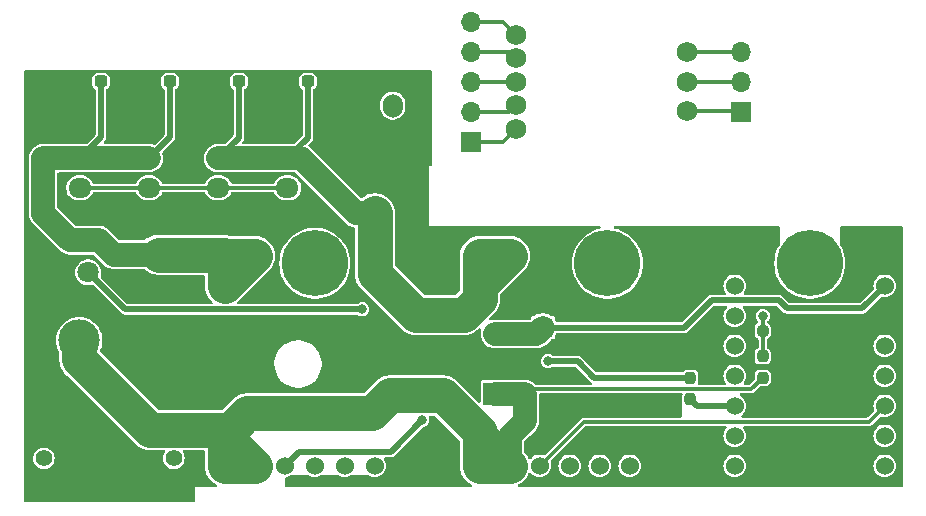
<source format=gbr>
%TF.GenerationSoftware,KiCad,Pcbnew,8.0.5*%
%TF.CreationDate,2024-09-28T03:45:08+09:00*%
%TF.ProjectId,_____,b5fcdcfa-7f2e-46b6-9963-61645f706362,rev?*%
%TF.SameCoordinates,Original*%
%TF.FileFunction,Copper,L1,Top*%
%TF.FilePolarity,Positive*%
%FSLAX46Y46*%
G04 Gerber Fmt 4.6, Leading zero omitted, Abs format (unit mm)*
G04 Created by KiCad (PCBNEW 8.0.5) date 2024-09-28 03:45:08*
%MOMM*%
%LPD*%
G01*
G04 APERTURE LIST*
G04 Aperture macros list*
%AMRoundRect*
0 Rectangle with rounded corners*
0 $1 Rounding radius*
0 $2 $3 $4 $5 $6 $7 $8 $9 X,Y pos of 4 corners*
0 Add a 4 corners polygon primitive as box body*
4,1,4,$2,$3,$4,$5,$6,$7,$8,$9,$2,$3,0*
0 Add four circle primitives for the rounded corners*
1,1,$1+$1,$2,$3*
1,1,$1+$1,$4,$5*
1,1,$1+$1,$6,$7*
1,1,$1+$1,$8,$9*
0 Add four rect primitives between the rounded corners*
20,1,$1+$1,$2,$3,$4,$5,0*
20,1,$1+$1,$4,$5,$6,$7,0*
20,1,$1+$1,$6,$7,$8,$9,0*
20,1,$1+$1,$8,$9,$2,$3,0*%
G04 Aperture macros list end*
%TA.AperFunction,ComponentPad*%
%ADD10C,1.600000*%
%TD*%
%TA.AperFunction,ComponentPad*%
%ADD11C,1.524000*%
%TD*%
%TA.AperFunction,ComponentPad*%
%ADD12R,1.524000X1.524000*%
%TD*%
%TA.AperFunction,SMDPad,CuDef*%
%ADD13RoundRect,0.237500X-0.300000X-0.237500X0.300000X-0.237500X0.300000X0.237500X-0.300000X0.237500X0*%
%TD*%
%TA.AperFunction,ComponentPad*%
%ADD14C,1.750000*%
%TD*%
%TA.AperFunction,ComponentPad*%
%ADD15C,5.600000*%
%TD*%
%TA.AperFunction,ComponentPad*%
%ADD16R,1.700000X1.700000*%
%TD*%
%TA.AperFunction,ComponentPad*%
%ADD17O,1.700000X1.700000*%
%TD*%
%TA.AperFunction,SMDPad,CuDef*%
%ADD18RoundRect,0.237500X0.237500X-0.250000X0.237500X0.250000X-0.237500X0.250000X-0.237500X-0.250000X0*%
%TD*%
%TA.AperFunction,ComponentPad*%
%ADD19R,1.600000X1.600000*%
%TD*%
%TA.AperFunction,ComponentPad*%
%ADD20R,2.000000X1.905000*%
%TD*%
%TA.AperFunction,ComponentPad*%
%ADD21O,2.000000X1.905000*%
%TD*%
%TA.AperFunction,ComponentPad*%
%ADD22C,3.500000*%
%TD*%
%TA.AperFunction,ComponentPad*%
%ADD23R,3.500000X3.500000*%
%TD*%
%TA.AperFunction,ComponentPad*%
%ADD24C,1.400000*%
%TD*%
%TA.AperFunction,ComponentPad*%
%ADD25RoundRect,0.250000X-0.725000X0.600000X-0.725000X-0.600000X0.725000X-0.600000X0.725000X0.600000X0*%
%TD*%
%TA.AperFunction,ComponentPad*%
%ADD26O,1.950000X1.700000*%
%TD*%
%TA.AperFunction,ComponentPad*%
%ADD27RoundRect,0.250000X-0.600000X-0.750000X0.600000X-0.750000X0.600000X0.750000X-0.600000X0.750000X0*%
%TD*%
%TA.AperFunction,ComponentPad*%
%ADD28O,1.700000X2.000000*%
%TD*%
%TA.AperFunction,ComponentPad*%
%ADD29R,1.800000X1.800000*%
%TD*%
%TA.AperFunction,ComponentPad*%
%ADD30C,1.800000*%
%TD*%
%TA.AperFunction,SMDPad,CuDef*%
%ADD31RoundRect,0.237500X-0.250000X-0.237500X0.250000X-0.237500X0.250000X0.237500X-0.250000X0.237500X0*%
%TD*%
%TA.AperFunction,ViaPad*%
%ADD32C,0.800000*%
%TD*%
%TA.AperFunction,Conductor*%
%ADD33C,3.000000*%
%TD*%
%TA.AperFunction,Conductor*%
%ADD34C,2.000000*%
%TD*%
%TA.AperFunction,Conductor*%
%ADD35C,0.300000*%
%TD*%
%TA.AperFunction,Conductor*%
%ADD36C,0.500000*%
%TD*%
%TA.AperFunction,Conductor*%
%ADD37C,0.250000*%
%TD*%
G04 APERTURE END LIST*
D10*
%TO.P,C1,1*%
%TO.N,VDD*%
X77470000Y-90424000D03*
%TO.P,C1,2*%
%TO.N,GND*%
X77470000Y-87924000D03*
%TD*%
D11*
%TO.P,U1,1,PA02_A0_D0*%
%TO.N,Net-(U1-PA02_A0_D0)*%
X95250000Y-81280000D03*
%TO.P,U1,2,PA4_A1_D1*%
%TO.N,unconnected-(U1-PA4_A1_D1-Pad2)*%
X95250000Y-83820000D03*
%TO.P,U1,3,PA10_A2_D2*%
%TO.N,unconnected-(U1-PA10_A2_D2-Pad3)*%
X95250000Y-86360000D03*
%TO.P,U1,4,PA11_A3_D3*%
%TO.N,unconnected-(U1-PA11_A3_D3-Pad4)*%
X95250000Y-88900000D03*
%TO.P,U1,5,PA8_A4_D4_SDA*%
%TO.N,/RED LED*%
X95250000Y-91440000D03*
%TO.P,U1,6,PA9_A5_D5_SCL*%
%TO.N,/GREEN LED*%
X95250000Y-93980000D03*
%TO.P,U1,7,PB08_A6_D6_TX*%
%TO.N,unconnected-(U1-PB08_A6_D6_TX-Pad7)*%
X95250000Y-96520000D03*
%TO.P,U1,8,PB09_A7_D7_RX*%
%TO.N,unconnected-(U1-PB09_A7_D7_RX-Pad8)*%
X107950000Y-96520000D03*
%TO.P,U1,9,PA7_A8_D8_SCK*%
%TO.N,unconnected-(U1-PA7_A8_D8_SCK-Pad9)*%
X107950000Y-93980000D03*
%TO.P,U1,10,PA5_A9_D9_MISO*%
%TO.N,/DCDC RST1*%
X107950000Y-91440000D03*
%TO.P,U1,11,PA6_A10_D10_MOSI*%
%TO.N,/DCDC RST2*%
X107950000Y-88900000D03*
%TO.P,U1,12,3V3*%
%TO.N,unconnected-(U1-3V3-Pad12)*%
X107950000Y-86360000D03*
D12*
%TO.P,U1,13,GND*%
%TO.N,GND*%
X107950000Y-83820000D03*
D11*
%TO.P,U1,14,5V*%
%TO.N,+5V*%
X107950000Y-81280000D03*
%TD*%
D13*
%TO.P,C8,1*%
%TO.N,GND*%
X45694300Y-63957200D03*
%TO.P,C8,2*%
%TO.N,Net-(J4-Pin_2)*%
X47419300Y-63957200D03*
%TD*%
D14*
%TO.P,ENC1,1,RED*%
%TO.N,Net-(ENC1-RED)*%
X76711400Y-67997200D03*
%TO.P,ENC1,2,GREEN*%
%TO.N,Net-(ENC1-GREEN)*%
X76711400Y-65997200D03*
%TO.P,ENC1,3,SW*%
%TO.N,Net-(ENC1-SW)*%
X76711400Y-63997200D03*
%TO.P,ENC1,4,BLUE*%
%TO.N,Net-(ENC1-BLUE)*%
X76711400Y-61997200D03*
%TO.P,ENC1,5,Anode*%
%TO.N,Net-(ENC1-Anode)*%
X76711400Y-59997200D03*
%TO.P,ENC1,6,A*%
%TO.N,Net-(ENC1-A)*%
X91211400Y-66497200D03*
%TO.P,ENC1,7,B*%
%TO.N,Net-(ENC1-B)*%
X91211400Y-63997200D03*
%TO.P,ENC1,8,C*%
%TO.N,Net-(ENC1-C)*%
X91211400Y-61497200D03*
%TD*%
D15*
%TO.P,REF\u002A\u002A,1*%
%TO.N,N/C*%
X101600000Y-79375000D03*
%TD*%
D13*
%TO.P,C6,1*%
%TO.N,GND*%
X51536300Y-63957200D03*
%TO.P,C6,2*%
%TO.N,Net-(J2-Pin_2)*%
X53261300Y-63957200D03*
%TD*%
D16*
%TO.P,J7,1,Pin_1*%
%TO.N,Net-(ENC1-RED)*%
X72898000Y-69088000D03*
D17*
%TO.P,J7,2,Pin_2*%
%TO.N,Net-(ENC1-GREEN)*%
X72898000Y-66548000D03*
%TO.P,J7,3,Pin_3*%
%TO.N,Net-(ENC1-SW)*%
X72898000Y-64008000D03*
%TO.P,J7,4,Pin_4*%
%TO.N,Net-(ENC1-BLUE)*%
X72898000Y-61468000D03*
%TO.P,J7,5,Pin_5*%
%TO.N,Net-(ENC1-Anode)*%
X72898000Y-58928000D03*
%TD*%
D18*
%TO.P,R3,1*%
%TO.N,/RED LED*%
X91490800Y-90879300D03*
%TO.P,R3,2*%
%TO.N,Net-(D1-A)*%
X91490800Y-89054300D03*
%TD*%
D16*
%TO.P,J8,1,Pin_1*%
%TO.N,Net-(ENC1-A)*%
X95758000Y-66548000D03*
D17*
%TO.P,J8,2,Pin_2*%
%TO.N,Net-(ENC1-B)*%
X95758000Y-64008000D03*
%TO.P,J8,3,Pin_3*%
%TO.N,Net-(ENC1-C)*%
X95758000Y-61468000D03*
%TD*%
D15*
%TO.P,REF\u002A\u002A,1*%
%TO.N,N/C*%
X59690000Y-79375000D03*
%TD*%
D18*
%TO.P,R1,1*%
%TO.N,VDD*%
X97612200Y-89048600D03*
%TO.P,R1,2*%
%TO.N,Net-(U1-PA02_A0_D0)*%
X97612200Y-87223600D03*
%TD*%
D19*
%TO.P,C5,1*%
%TO.N,Net-(J4-Pin_2)*%
X46456600Y-78627600D03*
D10*
%TO.P,C5,2*%
%TO.N,GND*%
X46456600Y-81127600D03*
%TD*%
D20*
%TO.P,LDO1,1,Vin*%
%TO.N,VDD*%
X74930000Y-90424000D03*
D21*
%TO.P,LDO1,2,GND*%
%TO.N,GND*%
X74930000Y-87884000D03*
%TO.P,LDO1,3,Vout*%
%TO.N,+5V*%
X74930000Y-85344000D03*
%TD*%
D22*
%TO.P,J1,2,Pin_2*%
%TO.N,VDD*%
X39752000Y-85885000D03*
D23*
%TO.P,J1,1,Pin_1*%
%TO.N,GND*%
X44752000Y-85885000D03*
D24*
%TO.P,J1,*%
%TO.N,*%
X47752000Y-95885000D03*
X36752000Y-95885000D03*
%TD*%
D25*
%TO.P,J5,1,Pin_1*%
%TO.N,GND*%
X39801800Y-67974200D03*
D26*
%TO.P,J5,2,Pin_2*%
%TO.N,Net-(J4-Pin_2)*%
X39801800Y-70474200D03*
%TO.P,J5,3,Pin_3*%
%TO.N,/DATA*%
X39801800Y-72974200D03*
%TD*%
D19*
%TO.P,C2,1*%
%TO.N,+5V*%
X78994000Y-84804000D03*
D10*
%TO.P,C2,2*%
%TO.N,GND*%
X78994000Y-82804000D03*
%TD*%
D15*
%TO.P,REF\u002A\u002A,1*%
%TO.N,N/C*%
X84455000Y-79375000D03*
%TD*%
D13*
%TO.P,C10,1*%
%TO.N,GND*%
X39852300Y-63957200D03*
%TO.P,C10,2*%
%TO.N,Net-(J4-Pin_2)*%
X41577300Y-63957200D03*
%TD*%
D19*
%TO.P,C4,1*%
%TO.N,Net-(J2-Pin_2)*%
X64770000Y-75144000D03*
D10*
%TO.P,C4,2*%
%TO.N,GND*%
X64770000Y-72644000D03*
%TD*%
D25*
%TO.P,J4,1,Pin_1*%
%TO.N,GND*%
X45651800Y-67974200D03*
D26*
%TO.P,J4,2,Pin_2*%
%TO.N,Net-(J4-Pin_2)*%
X45651800Y-70474200D03*
%TO.P,J4,3,Pin_3*%
%TO.N,/DATA*%
X45651800Y-72974200D03*
%TD*%
D25*
%TO.P,J2,1,Pin_1*%
%TO.N,GND*%
X57351800Y-67974200D03*
D26*
%TO.P,J2,2,Pin_2*%
%TO.N,Net-(J2-Pin_2)*%
X57351800Y-70474200D03*
%TO.P,J2,3,Pin_3*%
%TO.N,/DATA*%
X57351800Y-72974200D03*
%TD*%
D27*
%TO.P,J6,1,Pin_1*%
%TO.N,GND*%
X63774000Y-66023000D03*
D28*
%TO.P,J6,2,Pin_2*%
%TO.N,/DATA*%
X66274000Y-66023000D03*
%TD*%
D25*
%TO.P,J3,1,Pin_1*%
%TO.N,GND*%
X51501800Y-67974200D03*
D26*
%TO.P,J3,2,Pin_2*%
%TO.N,Net-(J2-Pin_2)*%
X51501800Y-70474200D03*
%TO.P,J3,3,Pin_3*%
%TO.N,/DATA*%
X51501800Y-72974200D03*
%TD*%
D13*
%TO.P,C3,1*%
%TO.N,GND*%
X57378300Y-63957200D03*
%TO.P,C3,2*%
%TO.N,Net-(J2-Pin_2)*%
X59103300Y-63957200D03*
%TD*%
D29*
%TO.P,D1,1,K*%
%TO.N,GND*%
X37968000Y-80137000D03*
D30*
%TO.P,D1,2,A*%
%TO.N,Net-(D1-A)*%
X40508000Y-80137000D03*
%TD*%
D31*
%TO.P,R2,1*%
%TO.N,Net-(U1-PA02_A0_D0)*%
X97616000Y-85090000D03*
%TO.P,R2,2*%
%TO.N,GND*%
X99441000Y-85090000D03*
%TD*%
D11*
%TO.P,LT2,1,Vin*%
%TO.N,VDD*%
X52070000Y-93980000D03*
%TO.P,LT2,2,Vin*%
X52070000Y-96520000D03*
%TO.P,LT2,3,Vin*%
X54610000Y-96520000D03*
%TO.P,LT2,4,EN/UV*%
%TO.N,/DCDC RST2*%
X57150000Y-96520000D03*
%TO.P,LT2,5,MODE*%
%TO.N,unconnected-(LT2-MODE-Pad5)*%
X59690000Y-96520000D03*
%TO.P,LT2,6,INTVCC*%
%TO.N,unconnected-(LT2-INTVCC-Pad6)*%
X62230000Y-96520000D03*
%TO.P,LT2,7,PG*%
%TO.N,unconnected-(LT2-PG-Pad7)*%
X64770000Y-96520000D03*
D12*
%TO.P,LT2,8,GND*%
%TO.N,GND*%
X67310000Y-96520000D03*
%TO.P,LT2,9,GND*%
X69850000Y-96520000D03*
%TO.P,LT2,10,GND*%
X69850000Y-93980000D03*
D11*
%TO.P,LT2,11,Vout*%
%TO.N,Net-(J4-Pin_2)*%
X52070000Y-81280000D03*
%TO.P,LT2,12,Vout*%
X52070000Y-78740000D03*
%TO.P,LT2,13,Vout*%
X54610000Y-78740000D03*
D12*
%TO.P,LT2,14,GND*%
%TO.N,GND*%
X67310000Y-78740000D03*
%TO.P,LT2,15,GND*%
X69850000Y-78740000D03*
%TO.P,LT2,16,GND*%
X69850000Y-81280000D03*
%TD*%
D11*
%TO.P,LT1,1,Vin*%
%TO.N,VDD*%
X73660000Y-93980000D03*
%TO.P,LT1,2,Vin*%
X73660000Y-96520000D03*
%TO.P,LT1,3,Vin*%
X76200000Y-96520000D03*
%TO.P,LT1,4,EN/UV*%
%TO.N,/DCDC RST1*%
X78740000Y-96520000D03*
%TO.P,LT1,5,MODE*%
%TO.N,unconnected-(LT1-MODE-Pad5)*%
X81280000Y-96520000D03*
%TO.P,LT1,6,INTVCC*%
%TO.N,unconnected-(LT1-INTVCC-Pad6)*%
X83820000Y-96520000D03*
%TO.P,LT1,7,PG*%
%TO.N,unconnected-(LT1-PG-Pad7)*%
X86360000Y-96520000D03*
D12*
%TO.P,LT1,8,GND*%
%TO.N,GND*%
X88900000Y-96520000D03*
%TO.P,LT1,9,GND*%
X91440000Y-96520000D03*
%TO.P,LT1,10,GND*%
X91440000Y-93980000D03*
D11*
%TO.P,LT1,11,Vout*%
%TO.N,Net-(J2-Pin_2)*%
X73660000Y-81280000D03*
%TO.P,LT1,12,Vout*%
X73660000Y-78740000D03*
%TO.P,LT1,13,Vout*%
X76200000Y-78740000D03*
D12*
%TO.P,LT1,14,GND*%
%TO.N,GND*%
X88900000Y-78740000D03*
%TO.P,LT1,15,GND*%
X91440000Y-78740000D03*
%TO.P,LT1,16,GND*%
X91440000Y-81280000D03*
%TD*%
D32*
%TO.N,GND*%
X47244000Y-89916000D03*
X54610000Y-82042000D03*
X67310000Y-87630000D03*
X88265000Y-86360000D03*
X55245000Y-87630000D03*
X36195000Y-88900000D03*
X62865000Y-84455000D03*
X96774000Y-79502000D03*
X36195000Y-97155000D03*
X84455000Y-86360000D03*
X98552000Y-81534000D03*
X45085000Y-97155000D03*
X67818000Y-71628000D03*
X101600000Y-93980000D03*
X93345000Y-83820000D03*
X103505000Y-88265000D03*
X49530000Y-97155000D03*
X92075000Y-86360000D03*
X106045000Y-85090000D03*
X80010000Y-97790000D03*
X49022000Y-63754000D03*
X97155000Y-97155000D03*
X46990000Y-84455000D03*
X78232000Y-94996000D03*
X55118000Y-68072000D03*
X45720000Y-75184000D03*
X89154000Y-83820000D03*
X107950000Y-77470000D03*
X57785000Y-84455000D03*
X62992000Y-64262000D03*
X48514000Y-71882000D03*
X89154000Y-91186000D03*
X71120000Y-87630000D03*
X62865000Y-87630000D03*
X103632000Y-82296000D03*
X100330000Y-91440000D03*
X100330000Y-88265000D03*
X60452000Y-67818000D03*
X77978000Y-76708000D03*
X106045000Y-93980000D03*
X60452000Y-64262000D03*
X36068000Y-77978000D03*
X87884000Y-94488000D03*
X96774000Y-81534000D03*
X58420000Y-97790000D03*
X56388000Y-76962000D03*
X86614000Y-76708000D03*
X101600000Y-97155000D03*
X52070000Y-90170000D03*
X97155000Y-91440000D03*
X92964000Y-76708000D03*
X51562000Y-75438000D03*
X52705000Y-84455000D03*
X93345000Y-88900000D03*
X40640000Y-92710000D03*
X67818000Y-75692000D03*
X42672000Y-72136000D03*
X62738000Y-81788000D03*
X40640000Y-97155000D03*
X62992000Y-71374000D03*
X82042000Y-76708000D03*
X39878000Y-75184000D03*
X89154000Y-76708000D03*
X43180000Y-64008000D03*
X67818000Y-64262000D03*
X92964000Y-79502000D03*
X36830000Y-68326000D03*
X105410000Y-80010000D03*
X77978000Y-81280000D03*
X36195000Y-92710000D03*
X82042000Y-83820000D03*
X85090000Y-97790000D03*
X82804000Y-94488000D03*
X36195000Y-82550000D03*
X96774000Y-76708000D03*
X93345000Y-93980000D03*
X44958000Y-65786000D03*
X93345000Y-97155000D03*
X84328000Y-91186000D03*
X67818000Y-67564000D03*
X43180000Y-68072000D03*
X89154000Y-81788000D03*
X76200000Y-82804000D03*
X56388000Y-65786000D03*
X80645000Y-86360000D03*
X105410000Y-77470000D03*
X39116000Y-65786000D03*
X63500000Y-97790000D03*
X106045000Y-88265000D03*
X49530000Y-87630000D03*
X57404000Y-74930000D03*
X103505000Y-85090000D03*
X103505000Y-91440000D03*
X80010000Y-93726000D03*
X37084000Y-64008000D03*
X80010000Y-91186000D03*
X50800000Y-65786000D03*
X106045000Y-97155000D03*
X40640000Y-82550000D03*
X99060000Y-83820000D03*
X107950000Y-79756000D03*
X97155000Y-93980000D03*
X49022000Y-67818000D03*
X54356000Y-72136000D03*
X86614000Y-83820000D03*
X54864000Y-64008000D03*
%TO.N,/DCDC RST2*%
X68776000Y-92652000D03*
%TO.N,Net-(U1-PA02_A0_D0)*%
X97616000Y-83820000D03*
%TO.N,Net-(D1-A)*%
X79425800Y-87655400D03*
X63703200Y-83261200D03*
%TD*%
D33*
%TO.N,VDD*%
X45733000Y-93485000D02*
X51575000Y-93485000D01*
X39752000Y-87504000D02*
X45733000Y-93485000D01*
X39752000Y-85885000D02*
X39752000Y-87504000D01*
X51575000Y-93485000D02*
X52070000Y-93980000D01*
X64552284Y-92075000D02*
X66075284Y-90552000D01*
X76200000Y-96520000D02*
X73660000Y-93980000D01*
X70536800Y-90552000D02*
X73660000Y-93675200D01*
X53975000Y-92075000D02*
X64552284Y-92075000D01*
X66075284Y-90552000D02*
X70536800Y-90552000D01*
D34*
X77470000Y-90424000D02*
X77470000Y-92710000D01*
X74930000Y-90424000D02*
X77470000Y-90424000D01*
D35*
X97612200Y-89048600D02*
X96648800Y-90012000D01*
D33*
X73660000Y-93675200D02*
X73660000Y-93980000D01*
X52070000Y-93980000D02*
X52044600Y-93980000D01*
D34*
X77470000Y-92710000D02*
X76200000Y-93980000D01*
X76200000Y-93980000D02*
X76200000Y-96520000D01*
D33*
X54610000Y-96520000D02*
X52070000Y-96520000D01*
X73660000Y-96520000D02*
X76200000Y-96520000D01*
D35*
X77882000Y-90012000D02*
X77470000Y-90424000D01*
D33*
X52070000Y-93980000D02*
X53975000Y-92075000D01*
X73660000Y-93980000D02*
X73660000Y-96520000D01*
X52070000Y-93980000D02*
X54610000Y-96520000D01*
X52070000Y-96520000D02*
X52070000Y-93980000D01*
D35*
X96648800Y-90012000D02*
X77882000Y-90012000D01*
D36*
%TO.N,+5V*%
X93276000Y-82492000D02*
X99002000Y-82492000D01*
X99002000Y-82492000D02*
X99695000Y-83185000D01*
D34*
X74930000Y-85344000D02*
X78454000Y-85344000D01*
D36*
X78994000Y-84804000D02*
X90964000Y-84804000D01*
X106045000Y-83185000D02*
X107950000Y-81280000D01*
D34*
X78454000Y-85344000D02*
X78994000Y-84804000D01*
D36*
X99695000Y-83185000D02*
X106045000Y-83185000D01*
X90964000Y-84804000D02*
X93276000Y-82492000D01*
D33*
%TO.N,Net-(J2-Pin_2)*%
X68252284Y-83742000D02*
X64770000Y-80259716D01*
D34*
X63206000Y-75144000D02*
X64770000Y-75144000D01*
D36*
X59103300Y-63957200D02*
X59103300Y-68722700D01*
D33*
X72312000Y-83742000D02*
X68252284Y-83742000D01*
D34*
X57351800Y-70474200D02*
X58536200Y-70474200D01*
D36*
X53261300Y-68714700D02*
X51501800Y-70474200D01*
X59103300Y-68722700D02*
X57351800Y-70474200D01*
D33*
X73660000Y-82394000D02*
X72312000Y-83742000D01*
X76200000Y-78740000D02*
X73660000Y-78740000D01*
X73660000Y-81280000D02*
X73660000Y-82394000D01*
X73660000Y-81280000D02*
X76200000Y-78740000D01*
D34*
X51501800Y-70474200D02*
X57351800Y-70474200D01*
X58536200Y-70474200D02*
X63206000Y-75144000D01*
D33*
X64770000Y-80259716D02*
X64770000Y-75144000D01*
D36*
X53261300Y-63957200D02*
X53261300Y-68714700D01*
D33*
X73660000Y-78740000D02*
X73660000Y-81280000D01*
D34*
%TO.N,Net-(J4-Pin_2)*%
X45651800Y-70474200D02*
X39801800Y-70474200D01*
D33*
X51957600Y-78627600D02*
X46456600Y-78627600D01*
D34*
X39801800Y-70474200D02*
X36677600Y-70474200D01*
X41452800Y-77419200D02*
X42661200Y-78627600D01*
D33*
X52070000Y-78740000D02*
X54610000Y-78740000D01*
X54610000Y-78740000D02*
X52070000Y-81280000D01*
D34*
X36677600Y-70474200D02*
X36677600Y-75158600D01*
X38938200Y-77419200D02*
X41452800Y-77419200D01*
D36*
X47419300Y-63957200D02*
X47419300Y-68706700D01*
D33*
X52070000Y-81280000D02*
X52070000Y-78740000D01*
D36*
X47419300Y-68706700D02*
X45651800Y-70474200D01*
D33*
X52070000Y-78740000D02*
X51957600Y-78627600D01*
D34*
X36677600Y-75158600D02*
X38938200Y-77419200D01*
D36*
X41577300Y-68698700D02*
X39801800Y-70474200D01*
D34*
X42661200Y-78627600D02*
X46456600Y-78627600D01*
D36*
X41577300Y-63957200D02*
X41577300Y-68698700D01*
%TO.N,/RED LED*%
X95250000Y-91440000D02*
X92051500Y-91440000D01*
X92051500Y-91440000D02*
X91490800Y-90879300D01*
D35*
%TO.N,/DATA*%
X57351800Y-72974200D02*
X39801800Y-72974200D01*
%TO.N,/DCDC RST1*%
X107950000Y-91440000D02*
X106617000Y-92773000D01*
X82487000Y-92773000D02*
X78740000Y-96520000D01*
X106617000Y-92773000D02*
X82487000Y-92773000D01*
D36*
%TO.N,/DCDC RST2*%
X66120000Y-95308000D02*
X58362000Y-95308000D01*
X68776000Y-92652000D02*
X66120000Y-95308000D01*
X58362000Y-95308000D02*
X57150000Y-96520000D01*
D35*
%TO.N,Net-(U1-PA02_A0_D0)*%
X97616000Y-85090000D02*
X97616000Y-87219800D01*
X97616000Y-87219800D02*
X97612200Y-87223600D01*
X97616000Y-83820000D02*
X97616000Y-85090000D01*
D36*
%TO.N,Net-(D1-A)*%
X81940400Y-87655400D02*
X83339300Y-89054300D01*
X79425800Y-87655400D02*
X81940400Y-87655400D01*
X63703200Y-83261200D02*
X43632200Y-83261200D01*
X43632200Y-83261200D02*
X40508000Y-80137000D01*
X83339300Y-89054300D02*
X91490800Y-89054300D01*
D35*
%TO.N,Net-(ENC1-RED)*%
X72898000Y-69088000D02*
X75620600Y-69088000D01*
X75620600Y-69088000D02*
X76711400Y-67997200D01*
%TO.N,Net-(ENC1-Anode)*%
X72898000Y-58928000D02*
X75642200Y-58928000D01*
X75642200Y-58928000D02*
X76711400Y-59997200D01*
%TO.N,Net-(ENC1-SW)*%
X76700600Y-64008000D02*
X76711400Y-63997200D01*
D37*
X76707000Y-64008000D02*
X76708000Y-64009000D01*
D35*
X72898000Y-64008000D02*
X76700600Y-64008000D01*
%TO.N,Net-(ENC1-GREEN)*%
X76160600Y-66548000D02*
X76711400Y-65997200D01*
X72898000Y-66548000D02*
X76160600Y-66548000D01*
%TO.N,Net-(ENC1-BLUE)*%
X76182200Y-61468000D02*
X76711400Y-61997200D01*
X72898000Y-61468000D02*
X76182200Y-61468000D01*
%TO.N,Net-(ENC1-B)*%
X95747200Y-63997200D02*
X95758000Y-64008000D01*
X91211400Y-63997200D02*
X95747200Y-63997200D01*
D37*
X91209000Y-64008000D02*
X91208000Y-64009000D01*
D35*
%TO.N,Net-(ENC1-A)*%
X91211400Y-66497200D02*
X95707200Y-66497200D01*
D37*
X95719000Y-66509000D02*
X95758000Y-66548000D01*
D35*
X95707200Y-66497200D02*
X95758000Y-66548000D01*
D37*
%TO.N,Net-(ENC1-C)*%
X91249000Y-61468000D02*
X91208000Y-61509000D01*
D35*
X95728800Y-61497200D02*
X95758000Y-61468000D01*
X91211400Y-61497200D02*
X95728800Y-61497200D01*
%TD*%
%TA.AperFunction,Conductor*%
%TO.N,GND*%
G36*
X69539039Y-63011685D02*
G01*
X69584794Y-63064489D01*
X69596000Y-63116000D01*
X69596000Y-70996000D01*
X69576315Y-71063039D01*
X69523511Y-71108794D01*
X69472000Y-71120000D01*
X69342000Y-71120000D01*
X69342000Y-76200000D01*
X83779677Y-76200000D01*
X83846716Y-76219685D01*
X83892471Y-76272489D01*
X83902415Y-76341647D01*
X83873390Y-76405203D01*
X83814612Y-76442977D01*
X83808273Y-76444658D01*
X83592990Y-76495680D01*
X83592987Y-76495681D01*
X83264547Y-76615223D01*
X83264541Y-76615226D01*
X82952203Y-76772088D01*
X82660194Y-76964146D01*
X82660186Y-76964152D01*
X82392442Y-77188817D01*
X82392440Y-77188819D01*
X82152589Y-77443044D01*
X82152584Y-77443050D01*
X81943870Y-77723402D01*
X81769113Y-78026091D01*
X81769107Y-78026104D01*
X81630674Y-78347027D01*
X81530430Y-78681865D01*
X81530428Y-78681872D01*
X81469739Y-79026061D01*
X81469738Y-79026072D01*
X81449415Y-79374996D01*
X81449415Y-79375003D01*
X81469738Y-79723927D01*
X81469739Y-79723938D01*
X81530428Y-80068127D01*
X81530430Y-80068134D01*
X81630674Y-80402972D01*
X81769107Y-80723895D01*
X81769113Y-80723908D01*
X81943870Y-81026597D01*
X82152584Y-81306949D01*
X82152589Y-81306955D01*
X82236478Y-81395871D01*
X82392442Y-81561183D01*
X82564203Y-81705307D01*
X82660186Y-81785847D01*
X82660194Y-81785853D01*
X82952203Y-81977911D01*
X82952207Y-81977913D01*
X83264549Y-82134777D01*
X83592989Y-82254319D01*
X83933086Y-82334923D01*
X84280241Y-82375500D01*
X84280248Y-82375500D01*
X84629752Y-82375500D01*
X84629759Y-82375500D01*
X84976914Y-82334923D01*
X85317011Y-82254319D01*
X85645451Y-82134777D01*
X85957793Y-81977913D01*
X86076477Y-81899853D01*
X86249805Y-81785853D01*
X86249805Y-81785852D01*
X86249811Y-81785849D01*
X86517558Y-81561183D01*
X86757412Y-81306953D01*
X86966130Y-81026596D01*
X87140889Y-80723904D01*
X87279326Y-80402971D01*
X87379569Y-80068136D01*
X87383729Y-80044548D01*
X87440260Y-79723938D01*
X87440259Y-79723938D01*
X87440262Y-79723927D01*
X87457561Y-79426902D01*
X87460585Y-79375003D01*
X87460585Y-79374996D01*
X87447343Y-79147651D01*
X87440262Y-79026073D01*
X87440260Y-79026061D01*
X87379571Y-78681872D01*
X87379569Y-78681865D01*
X87379569Y-78681864D01*
X87279326Y-78347029D01*
X87140889Y-78026096D01*
X87067022Y-77898155D01*
X86966129Y-77723402D01*
X86757415Y-77443050D01*
X86757410Y-77443044D01*
X86641433Y-77320117D01*
X86517558Y-77188817D01*
X86328360Y-77030061D01*
X86249813Y-76964152D01*
X86249805Y-76964146D01*
X85957796Y-76772088D01*
X85645458Y-76615226D01*
X85645452Y-76615223D01*
X85317012Y-76495681D01*
X85317009Y-76495680D01*
X85101727Y-76444658D01*
X85041034Y-76410043D01*
X85008690Y-76348111D01*
X85014963Y-76278524D01*
X85057863Y-76223375D01*
X85123768Y-76200173D01*
X85130323Y-76200000D01*
X98936000Y-76200000D01*
X99003039Y-76219685D01*
X99048794Y-76272489D01*
X99060000Y-76324000D01*
X99060000Y-77740182D01*
X99043387Y-77802182D01*
X98914113Y-78026091D01*
X98914107Y-78026104D01*
X98775674Y-78347027D01*
X98675430Y-78681865D01*
X98675428Y-78681872D01*
X98614739Y-79026061D01*
X98614738Y-79026072D01*
X98594415Y-79374996D01*
X98594415Y-79375003D01*
X98614738Y-79723927D01*
X98614739Y-79723938D01*
X98675428Y-80068127D01*
X98675430Y-80068134D01*
X98775674Y-80402972D01*
X98914107Y-80723895D01*
X98914113Y-80723908D01*
X99088870Y-81026597D01*
X99297584Y-81306949D01*
X99297589Y-81306955D01*
X99381478Y-81395871D01*
X99537442Y-81561183D01*
X99709203Y-81705307D01*
X99805186Y-81785847D01*
X99805194Y-81785853D01*
X100097203Y-81977911D01*
X100097207Y-81977913D01*
X100409549Y-82134777D01*
X100737989Y-82254319D01*
X101078086Y-82334923D01*
X101425241Y-82375500D01*
X101425248Y-82375500D01*
X101774752Y-82375500D01*
X101774759Y-82375500D01*
X102121914Y-82334923D01*
X102462011Y-82254319D01*
X102790451Y-82134777D01*
X103102793Y-81977913D01*
X103221477Y-81899853D01*
X103394805Y-81785853D01*
X103394805Y-81785852D01*
X103394811Y-81785849D01*
X103662558Y-81561183D01*
X103902412Y-81306953D01*
X104111130Y-81026596D01*
X104285889Y-80723904D01*
X104424326Y-80402971D01*
X104524569Y-80068136D01*
X104528729Y-80044548D01*
X104585260Y-79723938D01*
X104585259Y-79723938D01*
X104585262Y-79723927D01*
X104602561Y-79426902D01*
X104605585Y-79375003D01*
X104605585Y-79374996D01*
X104592343Y-79147651D01*
X104585262Y-79026073D01*
X104585260Y-79026061D01*
X104524571Y-78681872D01*
X104524569Y-78681865D01*
X104524569Y-78681864D01*
X104424326Y-78347029D01*
X104285889Y-78026096D01*
X104156613Y-77802182D01*
X104140000Y-77740182D01*
X104140000Y-76324000D01*
X104159685Y-76256961D01*
X104212489Y-76211206D01*
X104264000Y-76200000D01*
X109350000Y-76200000D01*
X109417039Y-76219685D01*
X109462794Y-76272489D01*
X109474000Y-76324000D01*
X109474000Y-98174000D01*
X109454315Y-98241039D01*
X109401511Y-98286794D01*
X109350000Y-98298000D01*
X76974541Y-98298000D01*
X76907502Y-98278315D01*
X76861747Y-98225511D01*
X76851803Y-98156353D01*
X76880828Y-98092797D01*
X76927089Y-98059439D01*
X76953717Y-98048409D01*
X76953718Y-98048407D01*
X76953726Y-98048405D01*
X77146774Y-97936948D01*
X77323624Y-97801247D01*
X77481247Y-97643624D01*
X77616948Y-97466774D01*
X77728405Y-97273726D01*
X77778383Y-97153067D01*
X77822223Y-97098664D01*
X77888517Y-97076599D01*
X77956217Y-97093878D01*
X77988797Y-97121855D01*
X78056116Y-97203883D01*
X78202674Y-97324161D01*
X78202681Y-97324165D01*
X78369877Y-97413533D01*
X78369878Y-97413533D01*
X78369885Y-97413537D01*
X78551317Y-97468573D01*
X78551316Y-97468573D01*
X78568233Y-97470239D01*
X78740000Y-97487157D01*
X78928683Y-97468573D01*
X79110115Y-97413537D01*
X79277324Y-97324162D01*
X79423883Y-97203883D01*
X79544162Y-97057324D01*
X79633537Y-96890115D01*
X79688573Y-96708683D01*
X79707157Y-96520000D01*
X80312843Y-96520000D01*
X80331426Y-96708681D01*
X80349772Y-96769160D01*
X80386463Y-96890115D01*
X80386464Y-96890118D01*
X80386465Y-96890119D01*
X80386466Y-96890122D01*
X80475834Y-97057318D01*
X80475838Y-97057325D01*
X80596116Y-97203883D01*
X80742674Y-97324161D01*
X80742681Y-97324165D01*
X80909877Y-97413533D01*
X80909878Y-97413533D01*
X80909885Y-97413537D01*
X81091317Y-97468573D01*
X81091316Y-97468573D01*
X81108233Y-97470239D01*
X81280000Y-97487157D01*
X81468683Y-97468573D01*
X81650115Y-97413537D01*
X81817324Y-97324162D01*
X81963883Y-97203883D01*
X82084162Y-97057324D01*
X82173537Y-96890115D01*
X82228573Y-96708683D01*
X82247157Y-96520000D01*
X82852843Y-96520000D01*
X82871426Y-96708681D01*
X82889772Y-96769160D01*
X82926463Y-96890115D01*
X82926464Y-96890118D01*
X82926465Y-96890119D01*
X82926466Y-96890122D01*
X83015834Y-97057318D01*
X83015838Y-97057325D01*
X83136116Y-97203883D01*
X83282674Y-97324161D01*
X83282681Y-97324165D01*
X83449877Y-97413533D01*
X83449878Y-97413533D01*
X83449885Y-97413537D01*
X83631317Y-97468573D01*
X83631316Y-97468573D01*
X83648233Y-97470239D01*
X83820000Y-97487157D01*
X84008683Y-97468573D01*
X84190115Y-97413537D01*
X84357324Y-97324162D01*
X84503883Y-97203883D01*
X84624162Y-97057324D01*
X84713537Y-96890115D01*
X84768573Y-96708683D01*
X84787157Y-96520000D01*
X85392843Y-96520000D01*
X85411426Y-96708681D01*
X85429772Y-96769160D01*
X85466463Y-96890115D01*
X85466464Y-96890118D01*
X85466465Y-96890119D01*
X85466466Y-96890122D01*
X85555834Y-97057318D01*
X85555838Y-97057325D01*
X85676116Y-97203883D01*
X85822674Y-97324161D01*
X85822681Y-97324165D01*
X85989877Y-97413533D01*
X85989878Y-97413533D01*
X85989885Y-97413537D01*
X86171317Y-97468573D01*
X86171316Y-97468573D01*
X86188233Y-97470239D01*
X86360000Y-97487157D01*
X86548683Y-97468573D01*
X86730115Y-97413537D01*
X86897324Y-97324162D01*
X87043883Y-97203883D01*
X87164162Y-97057324D01*
X87253537Y-96890115D01*
X87308573Y-96708683D01*
X87327157Y-96520000D01*
X94282843Y-96520000D01*
X94301426Y-96708681D01*
X94319772Y-96769160D01*
X94356463Y-96890115D01*
X94356464Y-96890118D01*
X94356465Y-96890119D01*
X94356466Y-96890122D01*
X94445834Y-97057318D01*
X94445838Y-97057325D01*
X94566116Y-97203883D01*
X94712674Y-97324161D01*
X94712681Y-97324165D01*
X94879877Y-97413533D01*
X94879878Y-97413533D01*
X94879885Y-97413537D01*
X95061317Y-97468573D01*
X95061316Y-97468573D01*
X95078233Y-97470239D01*
X95250000Y-97487157D01*
X95438683Y-97468573D01*
X95620115Y-97413537D01*
X95787324Y-97324162D01*
X95933883Y-97203883D01*
X96054162Y-97057324D01*
X96143537Y-96890115D01*
X96198573Y-96708683D01*
X96217157Y-96520000D01*
X106982843Y-96520000D01*
X107001426Y-96708681D01*
X107019772Y-96769160D01*
X107056463Y-96890115D01*
X107056464Y-96890118D01*
X107056465Y-96890119D01*
X107056466Y-96890122D01*
X107145834Y-97057318D01*
X107145838Y-97057325D01*
X107266116Y-97203883D01*
X107412674Y-97324161D01*
X107412681Y-97324165D01*
X107579877Y-97413533D01*
X107579878Y-97413533D01*
X107579885Y-97413537D01*
X107761317Y-97468573D01*
X107761316Y-97468573D01*
X107778233Y-97470239D01*
X107950000Y-97487157D01*
X108138683Y-97468573D01*
X108320115Y-97413537D01*
X108487324Y-97324162D01*
X108633883Y-97203883D01*
X108754162Y-97057324D01*
X108843537Y-96890115D01*
X108898573Y-96708683D01*
X108917157Y-96520000D01*
X108898573Y-96331317D01*
X108843537Y-96149885D01*
X108832831Y-96129855D01*
X108754165Y-95982681D01*
X108754161Y-95982674D01*
X108633883Y-95836116D01*
X108487325Y-95715838D01*
X108487318Y-95715834D01*
X108320122Y-95626466D01*
X108320119Y-95626465D01*
X108320118Y-95626464D01*
X108320115Y-95626463D01*
X108138683Y-95571427D01*
X108138681Y-95571426D01*
X108138683Y-95571426D01*
X107950000Y-95552843D01*
X107761318Y-95571426D01*
X107654194Y-95603921D01*
X107579885Y-95626463D01*
X107579882Y-95626464D01*
X107579880Y-95626465D01*
X107579877Y-95626466D01*
X107412681Y-95715834D01*
X107412674Y-95715838D01*
X107266116Y-95836116D01*
X107145838Y-95982674D01*
X107145834Y-95982681D01*
X107056466Y-96149877D01*
X107056465Y-96149880D01*
X107001426Y-96331318D01*
X106982843Y-96520000D01*
X96217157Y-96520000D01*
X96198573Y-96331317D01*
X96143537Y-96149885D01*
X96132831Y-96129855D01*
X96054165Y-95982681D01*
X96054161Y-95982674D01*
X95933883Y-95836116D01*
X95787325Y-95715838D01*
X95787318Y-95715834D01*
X95620122Y-95626466D01*
X95620119Y-95626465D01*
X95620118Y-95626464D01*
X95620115Y-95626463D01*
X95438683Y-95571427D01*
X95438681Y-95571426D01*
X95438683Y-95571426D01*
X95250000Y-95552843D01*
X95061318Y-95571426D01*
X94954194Y-95603921D01*
X94879885Y-95626463D01*
X94879882Y-95626464D01*
X94879880Y-95626465D01*
X94879877Y-95626466D01*
X94712681Y-95715834D01*
X94712674Y-95715838D01*
X94566116Y-95836116D01*
X94445838Y-95982674D01*
X94445834Y-95982681D01*
X94356466Y-96149877D01*
X94356465Y-96149880D01*
X94301426Y-96331318D01*
X94282843Y-96520000D01*
X87327157Y-96520000D01*
X87308573Y-96331317D01*
X87253537Y-96149885D01*
X87242831Y-96129855D01*
X87164165Y-95982681D01*
X87164161Y-95982674D01*
X87043883Y-95836116D01*
X86897325Y-95715838D01*
X86897318Y-95715834D01*
X86730122Y-95626466D01*
X86730119Y-95626465D01*
X86730118Y-95626464D01*
X86730115Y-95626463D01*
X86548683Y-95571427D01*
X86548681Y-95571426D01*
X86548683Y-95571426D01*
X86360000Y-95552843D01*
X86171318Y-95571426D01*
X86064194Y-95603921D01*
X85989885Y-95626463D01*
X85989882Y-95626464D01*
X85989880Y-95626465D01*
X85989877Y-95626466D01*
X85822681Y-95715834D01*
X85822674Y-95715838D01*
X85676116Y-95836116D01*
X85555838Y-95982674D01*
X85555834Y-95982681D01*
X85466466Y-96149877D01*
X85466465Y-96149880D01*
X85411426Y-96331318D01*
X85392843Y-96520000D01*
X84787157Y-96520000D01*
X84768573Y-96331317D01*
X84713537Y-96149885D01*
X84702831Y-96129855D01*
X84624165Y-95982681D01*
X84624161Y-95982674D01*
X84503883Y-95836116D01*
X84357325Y-95715838D01*
X84357318Y-95715834D01*
X84190122Y-95626466D01*
X84190119Y-95626465D01*
X84190118Y-95626464D01*
X84190115Y-95626463D01*
X84008683Y-95571427D01*
X84008681Y-95571426D01*
X84008683Y-95571426D01*
X83820000Y-95552843D01*
X83631318Y-95571426D01*
X83524194Y-95603921D01*
X83449885Y-95626463D01*
X83449882Y-95626464D01*
X83449880Y-95626465D01*
X83449877Y-95626466D01*
X83282681Y-95715834D01*
X83282674Y-95715838D01*
X83136116Y-95836116D01*
X83015838Y-95982674D01*
X83015834Y-95982681D01*
X82926466Y-96149877D01*
X82926465Y-96149880D01*
X82871426Y-96331318D01*
X82852843Y-96520000D01*
X82247157Y-96520000D01*
X82228573Y-96331317D01*
X82173537Y-96149885D01*
X82162831Y-96129855D01*
X82084165Y-95982681D01*
X82084161Y-95982674D01*
X81963883Y-95836116D01*
X81817325Y-95715838D01*
X81817318Y-95715834D01*
X81650122Y-95626466D01*
X81650119Y-95626465D01*
X81650118Y-95626464D01*
X81650115Y-95626463D01*
X81468683Y-95571427D01*
X81468681Y-95571426D01*
X81468683Y-95571426D01*
X81280000Y-95552843D01*
X81091318Y-95571426D01*
X80984194Y-95603921D01*
X80909885Y-95626463D01*
X80909882Y-95626464D01*
X80909880Y-95626465D01*
X80909877Y-95626466D01*
X80742681Y-95715834D01*
X80742674Y-95715838D01*
X80596116Y-95836116D01*
X80475838Y-95982674D01*
X80475834Y-95982681D01*
X80386466Y-96149877D01*
X80386465Y-96149880D01*
X80331426Y-96331318D01*
X80312843Y-96520000D01*
X79707157Y-96520000D01*
X79688573Y-96331317D01*
X79648653Y-96199719D01*
X79648031Y-96129855D01*
X79679632Y-96076048D01*
X82595863Y-93159819D01*
X82657186Y-93126334D01*
X82683544Y-93123500D01*
X94445603Y-93123500D01*
X94512642Y-93143185D01*
X94558397Y-93195989D01*
X94568341Y-93265147D01*
X94541456Y-93326165D01*
X94445838Y-93442674D01*
X94445834Y-93442681D01*
X94356466Y-93609877D01*
X94356465Y-93609880D01*
X94301426Y-93791318D01*
X94282843Y-93980000D01*
X94301426Y-94168681D01*
X94301427Y-94168683D01*
X94356463Y-94350115D01*
X94356464Y-94350118D01*
X94356465Y-94350119D01*
X94356466Y-94350122D01*
X94445834Y-94517318D01*
X94445838Y-94517325D01*
X94566116Y-94663883D01*
X94712674Y-94784161D01*
X94712681Y-94784165D01*
X94879877Y-94873533D01*
X94879878Y-94873533D01*
X94879885Y-94873537D01*
X95061317Y-94928573D01*
X95061316Y-94928573D01*
X95078233Y-94930239D01*
X95250000Y-94947157D01*
X95438683Y-94928573D01*
X95620115Y-94873537D01*
X95787324Y-94784162D01*
X95933883Y-94663883D01*
X96054162Y-94517324D01*
X96143537Y-94350115D01*
X96198573Y-94168683D01*
X96217157Y-93980000D01*
X106982843Y-93980000D01*
X107001426Y-94168681D01*
X107001427Y-94168683D01*
X107056463Y-94350115D01*
X107056464Y-94350118D01*
X107056465Y-94350119D01*
X107056466Y-94350122D01*
X107145834Y-94517318D01*
X107145838Y-94517325D01*
X107266116Y-94663883D01*
X107412674Y-94784161D01*
X107412681Y-94784165D01*
X107579877Y-94873533D01*
X107579878Y-94873533D01*
X107579885Y-94873537D01*
X107761317Y-94928573D01*
X107761316Y-94928573D01*
X107778233Y-94930239D01*
X107950000Y-94947157D01*
X108138683Y-94928573D01*
X108320115Y-94873537D01*
X108487324Y-94784162D01*
X108633883Y-94663883D01*
X108754162Y-94517324D01*
X108843537Y-94350115D01*
X108898573Y-94168683D01*
X108917157Y-93980000D01*
X108898573Y-93791317D01*
X108843537Y-93609885D01*
X108840074Y-93603406D01*
X108754165Y-93442681D01*
X108754161Y-93442674D01*
X108633883Y-93296116D01*
X108487325Y-93175838D01*
X108487318Y-93175834D01*
X108320122Y-93086466D01*
X108320119Y-93086465D01*
X108320118Y-93086464D01*
X108320115Y-93086463D01*
X108138683Y-93031427D01*
X108138681Y-93031426D01*
X108138683Y-93031426D01*
X107950000Y-93012843D01*
X107761318Y-93031426D01*
X107654194Y-93063921D01*
X107579885Y-93086463D01*
X107579882Y-93086464D01*
X107579880Y-93086465D01*
X107579877Y-93086466D01*
X107412681Y-93175834D01*
X107412674Y-93175838D01*
X107266116Y-93296116D01*
X107145838Y-93442674D01*
X107145834Y-93442681D01*
X107056466Y-93609877D01*
X107056465Y-93609880D01*
X107001426Y-93791318D01*
X106982843Y-93980000D01*
X96217157Y-93980000D01*
X96198573Y-93791317D01*
X96143537Y-93609885D01*
X96140074Y-93603406D01*
X96054165Y-93442681D01*
X96054161Y-93442674D01*
X95958544Y-93326165D01*
X95931231Y-93261855D01*
X95943022Y-93192987D01*
X95990174Y-93141427D01*
X96054397Y-93123500D01*
X106663142Y-93123500D01*
X106663144Y-93123500D01*
X106752288Y-93099614D01*
X106775066Y-93086463D01*
X106832212Y-93053470D01*
X107506048Y-92379632D01*
X107567369Y-92346149D01*
X107629719Y-92348653D01*
X107761317Y-92388573D01*
X107761316Y-92388573D01*
X107778233Y-92390239D01*
X107950000Y-92407157D01*
X108138683Y-92388573D01*
X108320115Y-92333537D01*
X108487324Y-92244162D01*
X108633883Y-92123883D01*
X108754162Y-91977324D01*
X108843537Y-91810115D01*
X108898573Y-91628683D01*
X108917157Y-91440000D01*
X108898573Y-91251317D01*
X108843537Y-91069885D01*
X108843533Y-91069877D01*
X108754165Y-90902681D01*
X108754161Y-90902674D01*
X108633883Y-90756116D01*
X108487325Y-90635838D01*
X108487318Y-90635834D01*
X108320122Y-90546466D01*
X108320119Y-90546465D01*
X108320118Y-90546464D01*
X108320115Y-90546463D01*
X108138683Y-90491427D01*
X108138681Y-90491426D01*
X108138683Y-90491426D01*
X107950000Y-90472843D01*
X107761318Y-90491426D01*
X107654194Y-90523921D01*
X107579885Y-90546463D01*
X107579882Y-90546464D01*
X107579880Y-90546465D01*
X107579877Y-90546466D01*
X107412681Y-90635834D01*
X107412674Y-90635838D01*
X107266116Y-90756116D01*
X107145838Y-90902674D01*
X107145834Y-90902681D01*
X107056466Y-91069877D01*
X107056465Y-91069880D01*
X107001426Y-91251318D01*
X106982843Y-91440000D01*
X107001426Y-91628683D01*
X107041344Y-91760277D01*
X107041967Y-91830144D01*
X107010364Y-91883952D01*
X106508137Y-92386181D01*
X106446814Y-92419666D01*
X106420456Y-92422500D01*
X95916575Y-92422500D01*
X95849536Y-92402815D01*
X95803781Y-92350011D01*
X95793837Y-92280853D01*
X95822862Y-92217297D01*
X95837910Y-92202647D01*
X95933883Y-92123883D01*
X96054161Y-91977325D01*
X96054165Y-91977318D01*
X96132831Y-91830144D01*
X96143537Y-91810115D01*
X96198573Y-91628683D01*
X96217157Y-91440000D01*
X96198573Y-91251317D01*
X96143537Y-91069885D01*
X96143533Y-91069877D01*
X96054165Y-90902681D01*
X96054161Y-90902674D01*
X95933883Y-90756116D01*
X95787325Y-90635838D01*
X95787318Y-90635834D01*
X95712528Y-90595858D01*
X95662684Y-90546896D01*
X95647223Y-90478758D01*
X95671054Y-90413079D01*
X95726612Y-90370710D01*
X95770981Y-90362500D01*
X96694942Y-90362500D01*
X96694944Y-90362500D01*
X96784088Y-90338614D01*
X96799841Y-90329519D01*
X96799842Y-90329519D01*
X96864005Y-90292474D01*
X96864004Y-90292474D01*
X96864012Y-90292470D01*
X97383562Y-89772918D01*
X97444885Y-89739434D01*
X97471243Y-89736600D01*
X97902460Y-89736600D01*
X97932049Y-89733825D01*
X98056675Y-89690216D01*
X98162911Y-89611811D01*
X98241316Y-89505575D01*
X98284925Y-89380949D01*
X98287165Y-89357060D01*
X98287700Y-89351360D01*
X98287700Y-88900000D01*
X106982843Y-88900000D01*
X107001426Y-89088681D01*
X107001427Y-89088683D01*
X107056463Y-89270115D01*
X107056464Y-89270118D01*
X107056465Y-89270119D01*
X107056466Y-89270122D01*
X107145834Y-89437318D01*
X107145838Y-89437325D01*
X107266116Y-89583883D01*
X107412674Y-89704161D01*
X107412681Y-89704165D01*
X107579877Y-89793533D01*
X107579878Y-89793533D01*
X107579885Y-89793537D01*
X107761317Y-89848573D01*
X107761316Y-89848573D01*
X107778233Y-89850239D01*
X107950000Y-89867157D01*
X108138683Y-89848573D01*
X108320115Y-89793537D01*
X108487324Y-89704162D01*
X108633883Y-89583883D01*
X108754162Y-89437324D01*
X108843537Y-89270115D01*
X108898573Y-89088683D01*
X108917157Y-88900000D01*
X108898573Y-88711317D01*
X108843537Y-88529885D01*
X108842758Y-88528428D01*
X108754165Y-88362681D01*
X108754161Y-88362674D01*
X108633883Y-88216116D01*
X108487325Y-88095838D01*
X108487318Y-88095834D01*
X108320122Y-88006466D01*
X108320119Y-88006465D01*
X108320118Y-88006464D01*
X108320115Y-88006463D01*
X108138683Y-87951427D01*
X108138681Y-87951426D01*
X108138683Y-87951426D01*
X107950000Y-87932843D01*
X107761318Y-87951426D01*
X107654194Y-87983921D01*
X107579885Y-88006463D01*
X107579882Y-88006464D01*
X107579880Y-88006465D01*
X107579877Y-88006466D01*
X107412681Y-88095834D01*
X107412674Y-88095838D01*
X107266116Y-88216116D01*
X107145838Y-88362674D01*
X107145834Y-88362681D01*
X107056466Y-88529877D01*
X107056465Y-88529880D01*
X107001426Y-88711318D01*
X106982843Y-88900000D01*
X98287700Y-88900000D01*
X98287700Y-88745839D01*
X98284925Y-88716250D01*
X98245576Y-88603800D01*
X98241316Y-88591625D01*
X98235773Y-88584115D01*
X98162911Y-88485389D01*
X98162910Y-88485388D01*
X98056676Y-88406984D01*
X97932048Y-88363374D01*
X97932049Y-88363374D01*
X97902460Y-88360600D01*
X97902456Y-88360600D01*
X97321944Y-88360600D01*
X97321940Y-88360600D01*
X97292350Y-88363374D01*
X97167723Y-88406984D01*
X97061489Y-88485388D01*
X97061488Y-88485389D01*
X96983084Y-88591623D01*
X96939474Y-88716250D01*
X96936700Y-88745839D01*
X96936700Y-89177056D01*
X96917015Y-89244095D01*
X96900381Y-89264737D01*
X96539937Y-89625181D01*
X96478614Y-89658666D01*
X96452256Y-89661500D01*
X96132362Y-89661500D01*
X96065323Y-89641815D01*
X96019568Y-89589011D01*
X96009624Y-89519853D01*
X96036508Y-89458836D01*
X96044554Y-89449031D01*
X96054162Y-89437324D01*
X96143537Y-89270115D01*
X96198573Y-89088683D01*
X96217157Y-88900000D01*
X96198573Y-88711317D01*
X96143537Y-88529885D01*
X96142758Y-88528428D01*
X96054165Y-88362681D01*
X96054161Y-88362674D01*
X95933883Y-88216116D01*
X95787325Y-88095838D01*
X95787318Y-88095834D01*
X95620122Y-88006466D01*
X95620119Y-88006465D01*
X95620118Y-88006464D01*
X95620115Y-88006463D01*
X95438683Y-87951427D01*
X95438681Y-87951426D01*
X95438683Y-87951426D01*
X95250000Y-87932843D01*
X95061318Y-87951426D01*
X94954194Y-87983921D01*
X94879885Y-88006463D01*
X94879882Y-88006464D01*
X94879880Y-88006465D01*
X94879877Y-88006466D01*
X94712681Y-88095834D01*
X94712674Y-88095838D01*
X94566116Y-88216116D01*
X94445838Y-88362674D01*
X94445834Y-88362681D01*
X94356466Y-88529877D01*
X94356465Y-88529880D01*
X94301426Y-88711318D01*
X94282843Y-88900000D01*
X94301426Y-89088681D01*
X94301427Y-89088683D01*
X94356463Y-89270115D01*
X94356464Y-89270118D01*
X94356465Y-89270119D01*
X94356466Y-89270122D01*
X94445834Y-89437318D01*
X94445838Y-89437324D01*
X94463492Y-89458836D01*
X94490804Y-89523146D01*
X94479013Y-89592013D01*
X94431860Y-89643573D01*
X94367638Y-89661500D01*
X92242112Y-89661500D01*
X92175073Y-89641815D01*
X92129318Y-89589011D01*
X92119374Y-89519853D01*
X92125071Y-89496545D01*
X92163525Y-89386651D01*
X92163525Y-89386649D01*
X92166300Y-89357060D01*
X92166300Y-88751539D01*
X92163525Y-88721950D01*
X92130517Y-88627622D01*
X92119916Y-88597325D01*
X92115709Y-88591625D01*
X92041511Y-88491089D01*
X92041510Y-88491088D01*
X91935276Y-88412684D01*
X91810648Y-88369074D01*
X91810649Y-88369074D01*
X91781060Y-88366300D01*
X91781056Y-88366300D01*
X91200544Y-88366300D01*
X91200540Y-88366300D01*
X91170950Y-88369074D01*
X91046323Y-88412684D01*
X90940089Y-88491088D01*
X90940088Y-88491089D01*
X90894077Y-88553433D01*
X90838430Y-88595684D01*
X90794307Y-88603800D01*
X83577265Y-88603800D01*
X83510226Y-88584115D01*
X83489584Y-88567481D01*
X82217016Y-87294913D01*
X82217014Y-87294911D01*
X82145348Y-87253534D01*
X82114285Y-87235599D01*
X82082628Y-87227118D01*
X82041168Y-87216009D01*
X81999709Y-87204900D01*
X81999708Y-87204900D01*
X79867219Y-87204900D01*
X79800180Y-87185215D01*
X79791733Y-87179276D01*
X79728642Y-87130864D01*
X79582562Y-87070356D01*
X79582560Y-87070355D01*
X79425801Y-87049718D01*
X79425799Y-87049718D01*
X79269039Y-87070355D01*
X79269037Y-87070356D01*
X79122960Y-87130863D01*
X78997518Y-87227118D01*
X78901263Y-87352560D01*
X78840756Y-87498637D01*
X78840755Y-87498639D01*
X78820118Y-87655398D01*
X78820118Y-87655401D01*
X78840755Y-87812160D01*
X78840756Y-87812162D01*
X78898441Y-87951427D01*
X78901264Y-87958241D01*
X78997518Y-88083682D01*
X79122959Y-88179936D01*
X79269038Y-88240444D01*
X79347419Y-88250763D01*
X79425799Y-88261082D01*
X79425800Y-88261082D01*
X79425801Y-88261082D01*
X79478054Y-88254202D01*
X79582562Y-88240444D01*
X79728641Y-88179936D01*
X79791733Y-88131523D01*
X79856902Y-88106330D01*
X79867219Y-88105900D01*
X81702435Y-88105900D01*
X81769474Y-88125585D01*
X81790116Y-88142219D01*
X83062686Y-89414789D01*
X83089227Y-89430112D01*
X83137443Y-89480679D01*
X83150667Y-89549286D01*
X83124699Y-89614151D01*
X83067786Y-89654680D01*
X83027228Y-89661500D01*
X78456626Y-89661500D01*
X78389587Y-89641815D01*
X78368945Y-89625182D01*
X78327646Y-89583883D01*
X78252073Y-89508310D01*
X78099199Y-89397240D01*
X77930836Y-89311454D01*
X77751118Y-89253059D01*
X77564486Y-89223500D01*
X77564481Y-89223500D01*
X74835519Y-89223500D01*
X74835514Y-89223500D01*
X74648885Y-89253059D01*
X74648880Y-89253060D01*
X74612346Y-89264931D01*
X74574029Y-89271000D01*
X73910247Y-89271000D01*
X73851770Y-89282631D01*
X73851769Y-89282632D01*
X73785447Y-89326947D01*
X73741132Y-89393269D01*
X73741131Y-89393270D01*
X73729500Y-89451747D01*
X73729500Y-91040468D01*
X73709815Y-91107507D01*
X73657011Y-91153262D01*
X73587853Y-91163206D01*
X73524297Y-91134181D01*
X73517819Y-91128149D01*
X71821172Y-89431502D01*
X71821144Y-89431472D01*
X71660429Y-89270757D01*
X71660422Y-89270751D01*
X71483582Y-89135058D01*
X71483580Y-89135057D01*
X71483574Y-89135052D01*
X71290526Y-89023595D01*
X71290522Y-89023593D01*
X71084590Y-88938293D01*
X71084583Y-88938291D01*
X71084581Y-88938290D01*
X70869263Y-88880596D01*
X70869252Y-88880594D01*
X70869244Y-88880593D01*
X70867873Y-88880412D01*
X70867873Y-88880413D01*
X70648263Y-88851499D01*
X70648256Y-88851499D01*
X70425344Y-88851499D01*
X70421504Y-88851499D01*
X70421472Y-88851500D01*
X65963827Y-88851500D01*
X65963821Y-88851500D01*
X65963817Y-88851501D01*
X65742831Y-88880594D01*
X65742824Y-88880595D01*
X65742821Y-88880596D01*
X65670404Y-88900000D01*
X65527503Y-88938290D01*
X65527493Y-88938293D01*
X65321561Y-89023593D01*
X65321557Y-89023595D01*
X65128510Y-89135052D01*
X65128501Y-89135058D01*
X64951662Y-89270750D01*
X64910960Y-89311453D01*
X64794037Y-89428376D01*
X64794033Y-89428380D01*
X64337914Y-89884500D01*
X63884233Y-90338181D01*
X63822910Y-90371666D01*
X63796552Y-90374500D01*
X54090328Y-90374500D01*
X54090296Y-90374499D01*
X54086456Y-90374499D01*
X53863544Y-90374499D01*
X53863536Y-90374499D01*
X53667093Y-90400363D01*
X53642537Y-90403596D01*
X53440707Y-90457676D01*
X53427219Y-90461290D01*
X53427209Y-90461293D01*
X53221277Y-90546593D01*
X53221273Y-90546595D01*
X53028226Y-90658052D01*
X53028217Y-90658058D01*
X52851378Y-90793750D01*
X52772566Y-90872563D01*
X52693753Y-90951376D01*
X52693749Y-90951380D01*
X51883606Y-91761522D01*
X51822283Y-91795007D01*
X51779740Y-91796780D01*
X51686465Y-91784500D01*
X51686462Y-91784499D01*
X51686456Y-91784499D01*
X51463544Y-91784499D01*
X51459704Y-91784499D01*
X51459672Y-91784500D01*
X46488732Y-91784500D01*
X46421693Y-91764815D01*
X46401051Y-91748181D01*
X42405742Y-87752872D01*
X56269500Y-87752872D01*
X56269500Y-88015127D01*
X56281508Y-88106330D01*
X56303730Y-88275116D01*
X56361600Y-88491089D01*
X56371602Y-88528418D01*
X56371605Y-88528428D01*
X56471953Y-88770690D01*
X56471958Y-88770700D01*
X56603075Y-88997803D01*
X56762718Y-89205851D01*
X56762726Y-89205860D01*
X56948140Y-89391274D01*
X56948148Y-89391281D01*
X56948149Y-89391282D01*
X56950740Y-89393270D01*
X57156196Y-89550924D01*
X57383299Y-89682041D01*
X57383309Y-89682046D01*
X57625571Y-89782394D01*
X57625581Y-89782398D01*
X57878884Y-89850270D01*
X58138880Y-89884500D01*
X58138887Y-89884500D01*
X58401113Y-89884500D01*
X58401120Y-89884500D01*
X58661116Y-89850270D01*
X58914419Y-89782398D01*
X59156697Y-89682043D01*
X59383803Y-89550924D01*
X59591851Y-89391282D01*
X59591855Y-89391277D01*
X59591860Y-89391274D01*
X59777274Y-89205860D01*
X59777277Y-89205855D01*
X59777282Y-89205851D01*
X59936924Y-88997803D01*
X60068043Y-88770697D01*
X60075977Y-88751544D01*
X60158037Y-88553433D01*
X60168398Y-88528419D01*
X60236270Y-88275116D01*
X60270500Y-88015120D01*
X60270500Y-87752880D01*
X60236270Y-87492884D01*
X60168398Y-87239581D01*
X60168394Y-87239571D01*
X60068046Y-86997309D01*
X60068041Y-86997299D01*
X59936924Y-86770196D01*
X59792502Y-86581984D01*
X59777282Y-86562149D01*
X59777281Y-86562148D01*
X59777274Y-86562140D01*
X59591860Y-86376726D01*
X59591851Y-86376718D01*
X59383803Y-86217075D01*
X59156700Y-86085958D01*
X59156690Y-86085953D01*
X58914428Y-85985605D01*
X58914421Y-85985603D01*
X58914419Y-85985602D01*
X58661116Y-85917730D01*
X58603339Y-85910123D01*
X58401127Y-85883500D01*
X58401120Y-85883500D01*
X58138880Y-85883500D01*
X58138872Y-85883500D01*
X57907772Y-85913926D01*
X57878884Y-85917730D01*
X57671870Y-85973199D01*
X57625581Y-85985602D01*
X57625571Y-85985605D01*
X57383309Y-86085953D01*
X57383299Y-86085958D01*
X57156196Y-86217075D01*
X56948148Y-86376718D01*
X56762718Y-86562148D01*
X56603075Y-86770196D01*
X56471958Y-86997299D01*
X56471953Y-86997309D01*
X56371605Y-87239571D01*
X56371602Y-87239581D01*
X56303730Y-87492884D01*
X56302972Y-87498639D01*
X56269500Y-87752872D01*
X42405742Y-87752872D01*
X41532634Y-86879764D01*
X41499149Y-86818441D01*
X41504133Y-86748749D01*
X41511483Y-86732655D01*
X41530769Y-86697337D01*
X41628271Y-86435923D01*
X41679058Y-86202458D01*
X41687577Y-86163299D01*
X41687577Y-86163298D01*
X41687578Y-86163294D01*
X41707482Y-85885000D01*
X41687578Y-85606706D01*
X41676511Y-85555834D01*
X41649834Y-85433199D01*
X41628271Y-85334077D01*
X41530769Y-85072663D01*
X41525423Y-85062873D01*
X41397059Y-84827792D01*
X41397054Y-84827784D01*
X41229861Y-84604439D01*
X41229845Y-84604421D01*
X41032578Y-84407154D01*
X41032560Y-84407138D01*
X40809215Y-84239945D01*
X40809207Y-84239940D01*
X40564342Y-84106233D01*
X40564338Y-84106231D01*
X40465230Y-84069266D01*
X40302923Y-84008729D01*
X40302919Y-84008728D01*
X40302916Y-84008727D01*
X40030299Y-83949422D01*
X39752001Y-83929518D01*
X39751999Y-83929518D01*
X39473700Y-83949422D01*
X39201083Y-84008727D01*
X39201078Y-84008728D01*
X39201077Y-84008729D01*
X39137875Y-84032301D01*
X38939661Y-84106231D01*
X38939657Y-84106233D01*
X38694792Y-84239940D01*
X38694784Y-84239945D01*
X38471439Y-84407138D01*
X38471421Y-84407154D01*
X38274154Y-84604421D01*
X38274138Y-84604439D01*
X38106945Y-84827784D01*
X38106940Y-84827792D01*
X37973233Y-85072657D01*
X37973231Y-85072661D01*
X37875727Y-85334083D01*
X37816422Y-85606700D01*
X37796518Y-85884998D01*
X37796518Y-85885001D01*
X37816422Y-86163299D01*
X37862851Y-86376726D01*
X37875729Y-86435923D01*
X37973231Y-86697337D01*
X38036332Y-86812898D01*
X38051500Y-86872324D01*
X38051500Y-87388671D01*
X38051499Y-87388705D01*
X38051499Y-87615456D01*
X38073640Y-87783626D01*
X38073640Y-87783627D01*
X38080594Y-87836452D01*
X38080595Y-87836457D01*
X38080596Y-87836463D01*
X38126147Y-88006463D01*
X38138290Y-88051780D01*
X38138293Y-88051790D01*
X38223593Y-88257722D01*
X38223595Y-88257726D01*
X38335052Y-88450774D01*
X38335057Y-88450780D01*
X38335058Y-88450782D01*
X38470751Y-88627622D01*
X38470757Y-88627629D01*
X38631472Y-88788344D01*
X38631502Y-88788372D01*
X44449308Y-94606178D01*
X44449345Y-94606217D01*
X44609370Y-94766242D01*
X44609377Y-94766248D01*
X44778067Y-94895688D01*
X44786222Y-94901945D01*
X44786234Y-94901953D01*
X44979266Y-95013401D01*
X44979271Y-95013403D01*
X44979274Y-95013405D01*
X45185219Y-95098710D01*
X45400537Y-95156404D01*
X45621543Y-95185500D01*
X45844456Y-95185500D01*
X46901274Y-95185500D01*
X46968313Y-95205185D01*
X47014068Y-95257989D01*
X47024012Y-95327147D01*
X47008661Y-95371500D01*
X46924821Y-95516715D01*
X46924818Y-95516722D01*
X46875506Y-95668490D01*
X46866326Y-95696744D01*
X46846540Y-95885000D01*
X46866326Y-96073256D01*
X46866327Y-96073259D01*
X46924818Y-96253277D01*
X46924821Y-96253284D01*
X47019467Y-96417216D01*
X47146129Y-96557888D01*
X47299265Y-96669148D01*
X47299270Y-96669151D01*
X47472192Y-96746142D01*
X47472197Y-96746144D01*
X47657354Y-96785500D01*
X47657355Y-96785500D01*
X47846644Y-96785500D01*
X47846646Y-96785500D01*
X48031803Y-96746144D01*
X48204730Y-96669151D01*
X48357871Y-96557888D01*
X48484533Y-96417216D01*
X48579179Y-96253284D01*
X48637674Y-96073256D01*
X48657460Y-95885000D01*
X48637674Y-95696744D01*
X48579179Y-95516716D01*
X48495339Y-95371500D01*
X48478866Y-95303599D01*
X48501719Y-95237573D01*
X48556640Y-95194382D01*
X48602726Y-95185500D01*
X50245500Y-95185500D01*
X50312539Y-95205185D01*
X50358294Y-95257989D01*
X50369500Y-95309500D01*
X50369500Y-96631450D01*
X50369501Y-96631466D01*
X50398594Y-96852452D01*
X50398595Y-96852457D01*
X50398596Y-96852463D01*
X50456290Y-97067780D01*
X50456293Y-97067790D01*
X50512665Y-97203883D01*
X50541595Y-97273726D01*
X50653052Y-97466774D01*
X50653057Y-97466780D01*
X50653058Y-97466782D01*
X50788751Y-97643622D01*
X50788757Y-97643629D01*
X50946370Y-97801242D01*
X50946376Y-97801247D01*
X51123226Y-97936948D01*
X51316274Y-98048405D01*
X51316277Y-98048406D01*
X51316282Y-98048409D01*
X51342911Y-98059439D01*
X51397315Y-98103280D01*
X51419380Y-98169574D01*
X51402101Y-98237273D01*
X51350964Y-98284884D01*
X51295459Y-98298000D01*
X49530000Y-98298000D01*
X49530000Y-99444000D01*
X49510315Y-99511039D01*
X49457511Y-99556794D01*
X49406000Y-99568000D01*
X35176000Y-99568000D01*
X35108961Y-99548315D01*
X35063206Y-99495511D01*
X35052000Y-99444000D01*
X35052000Y-95885000D01*
X35846540Y-95885000D01*
X35866326Y-96073256D01*
X35866327Y-96073259D01*
X35924818Y-96253277D01*
X35924821Y-96253284D01*
X36019467Y-96417216D01*
X36146129Y-96557888D01*
X36299265Y-96669148D01*
X36299270Y-96669151D01*
X36472192Y-96746142D01*
X36472197Y-96746144D01*
X36657354Y-96785500D01*
X36657355Y-96785500D01*
X36846644Y-96785500D01*
X36846646Y-96785500D01*
X37031803Y-96746144D01*
X37204730Y-96669151D01*
X37357871Y-96557888D01*
X37484533Y-96417216D01*
X37579179Y-96253284D01*
X37637674Y-96073256D01*
X37657460Y-95885000D01*
X37637674Y-95696744D01*
X37579179Y-95516716D01*
X37484533Y-95352784D01*
X37357871Y-95212112D01*
X37281197Y-95156405D01*
X37204734Y-95100851D01*
X37204729Y-95100848D01*
X37031807Y-95023857D01*
X37031802Y-95023855D01*
X36886001Y-94992865D01*
X36846646Y-94984500D01*
X36657354Y-94984500D01*
X36624897Y-94991398D01*
X36472197Y-95023855D01*
X36472192Y-95023857D01*
X36299270Y-95100848D01*
X36299265Y-95100851D01*
X36146129Y-95212111D01*
X36019466Y-95352785D01*
X35924821Y-95516715D01*
X35924818Y-95516722D01*
X35875506Y-95668490D01*
X35866326Y-95696744D01*
X35846540Y-95885000D01*
X35052000Y-95885000D01*
X35052000Y-70379713D01*
X35477100Y-70379713D01*
X35477100Y-75253086D01*
X35506659Y-75439718D01*
X35565054Y-75619436D01*
X35650840Y-75787799D01*
X35761910Y-75940674D01*
X38156126Y-78334890D01*
X38309001Y-78445960D01*
X38477368Y-78531747D01*
X38657082Y-78590140D01*
X38727070Y-78601225D01*
X38843713Y-78619700D01*
X38843718Y-78619700D01*
X38843719Y-78619700D01*
X40904174Y-78619700D01*
X40971213Y-78639385D01*
X40991855Y-78656019D01*
X41372337Y-79036500D01*
X41745510Y-79409673D01*
X41879127Y-79543290D01*
X42032001Y-79654360D01*
X42095604Y-79686767D01*
X42200363Y-79740145D01*
X42200365Y-79740145D01*
X42200368Y-79740147D01*
X42296697Y-79771446D01*
X42380081Y-79798540D01*
X42566714Y-79828100D01*
X42566719Y-79828100D01*
X45200867Y-79828100D01*
X45267906Y-79847785D01*
X45288549Y-79864420D01*
X45332971Y-79908843D01*
X45332976Y-79908847D01*
X45509826Y-80044548D01*
X45702874Y-80156005D01*
X45908819Y-80241310D01*
X46124137Y-80299004D01*
X46345143Y-80328100D01*
X50245500Y-80328100D01*
X50312539Y-80347785D01*
X50358294Y-80400589D01*
X50369500Y-80452100D01*
X50369500Y-81164671D01*
X50369499Y-81164705D01*
X50369499Y-81391456D01*
X50389183Y-81540963D01*
X50389183Y-81540964D01*
X50398594Y-81612452D01*
X50398595Y-81612457D01*
X50398596Y-81612463D01*
X50456290Y-81827780D01*
X50456293Y-81827790D01*
X50541593Y-82033722D01*
X50541595Y-82033726D01*
X50653052Y-82226774D01*
X50653057Y-82226780D01*
X50653058Y-82226782D01*
X50788751Y-82403622D01*
X50788757Y-82403629D01*
X50946370Y-82561242D01*
X50946377Y-82561248D01*
X50981663Y-82588324D01*
X51022866Y-82644752D01*
X51027021Y-82714498D01*
X50992809Y-82775418D01*
X50931092Y-82808171D01*
X50906177Y-82810700D01*
X43870165Y-82810700D01*
X43803126Y-82791015D01*
X43782484Y-82774381D01*
X41591387Y-80583284D01*
X41557902Y-80521961D01*
X41559802Y-80461668D01*
X41594397Y-80340083D01*
X41613215Y-80137000D01*
X41594397Y-79933917D01*
X41538582Y-79737750D01*
X41531704Y-79723938D01*
X41494272Y-79648764D01*
X41447673Y-79555179D01*
X41324764Y-79392421D01*
X41324762Y-79392418D01*
X41174041Y-79255019D01*
X41174039Y-79255017D01*
X41000642Y-79147655D01*
X41000635Y-79147651D01*
X40905546Y-79110814D01*
X40810456Y-79073976D01*
X40609976Y-79036500D01*
X40406024Y-79036500D01*
X40205544Y-79073976D01*
X40205541Y-79073976D01*
X40205541Y-79073977D01*
X40015364Y-79147651D01*
X40015357Y-79147655D01*
X39841960Y-79255017D01*
X39841958Y-79255019D01*
X39691237Y-79392418D01*
X39568327Y-79555178D01*
X39477422Y-79737739D01*
X39477417Y-79737752D01*
X39421602Y-79933917D01*
X39402785Y-80136999D01*
X39402785Y-80137000D01*
X39421602Y-80340082D01*
X39477417Y-80536247D01*
X39477422Y-80536260D01*
X39568327Y-80718821D01*
X39691237Y-80881581D01*
X39841958Y-81018980D01*
X39841960Y-81018982D01*
X39854259Y-81026597D01*
X40015363Y-81126348D01*
X40205544Y-81200024D01*
X40406024Y-81237500D01*
X40406026Y-81237500D01*
X40609974Y-81237500D01*
X40609976Y-81237500D01*
X40810456Y-81200024D01*
X40824101Y-81194737D01*
X40893720Y-81188872D01*
X40955462Y-81221579D01*
X40956578Y-81222681D01*
X43355586Y-83621689D01*
X43458313Y-83680999D01*
X43472165Y-83684710D01*
X43472169Y-83684713D01*
X43472170Y-83684712D01*
X43489969Y-83689481D01*
X43572891Y-83711700D01*
X63261781Y-83711700D01*
X63328820Y-83731385D01*
X63337267Y-83737324D01*
X63400357Y-83785735D01*
X63400358Y-83785735D01*
X63400359Y-83785736D01*
X63546438Y-83846244D01*
X63624819Y-83856563D01*
X63703199Y-83866882D01*
X63703200Y-83866882D01*
X63703201Y-83866882D01*
X63759675Y-83859447D01*
X63859962Y-83846244D01*
X64006041Y-83785736D01*
X64131482Y-83689482D01*
X64227736Y-83564041D01*
X64288244Y-83417962D01*
X64308882Y-83261200D01*
X64288244Y-83104438D01*
X64227736Y-82958359D01*
X64131482Y-82832918D01*
X64006041Y-82736664D01*
X63981418Y-82726465D01*
X63859962Y-82676156D01*
X63859960Y-82676155D01*
X63703201Y-82655518D01*
X63703199Y-82655518D01*
X63546439Y-82676155D01*
X63546437Y-82676156D01*
X63400357Y-82736664D01*
X63337267Y-82785076D01*
X63272098Y-82810270D01*
X63261781Y-82810700D01*
X53233823Y-82810700D01*
X53166784Y-82791015D01*
X53121029Y-82738211D01*
X53111085Y-82669053D01*
X53140110Y-82605497D01*
X53158337Y-82588324D01*
X53174554Y-82575879D01*
X53193624Y-82561247D01*
X53351247Y-82403624D01*
X53356611Y-82398260D01*
X53356626Y-82398242D01*
X55728242Y-80026626D01*
X55728260Y-80026611D01*
X55891240Y-79863631D01*
X55891247Y-79863624D01*
X55959097Y-79775199D01*
X56026948Y-79686775D01*
X56138405Y-79493726D01*
X56187584Y-79374996D01*
X56684415Y-79374996D01*
X56684415Y-79375003D01*
X56704738Y-79723927D01*
X56704739Y-79723938D01*
X56765428Y-80068127D01*
X56765430Y-80068134D01*
X56865674Y-80402972D01*
X57004107Y-80723895D01*
X57004113Y-80723908D01*
X57178870Y-81026597D01*
X57387584Y-81306949D01*
X57387589Y-81306955D01*
X57471478Y-81395871D01*
X57627442Y-81561183D01*
X57799203Y-81705307D01*
X57895186Y-81785847D01*
X57895194Y-81785853D01*
X58187203Y-81977911D01*
X58187207Y-81977913D01*
X58499549Y-82134777D01*
X58827989Y-82254319D01*
X59168086Y-82334923D01*
X59515241Y-82375500D01*
X59515248Y-82375500D01*
X59864752Y-82375500D01*
X59864759Y-82375500D01*
X60211914Y-82334923D01*
X60552011Y-82254319D01*
X60880451Y-82134777D01*
X61192793Y-81977913D01*
X61311477Y-81899853D01*
X61484805Y-81785853D01*
X61484805Y-81785852D01*
X61484811Y-81785849D01*
X61752558Y-81561183D01*
X61992412Y-81306953D01*
X62201130Y-81026596D01*
X62375889Y-80723904D01*
X62514326Y-80402971D01*
X62614569Y-80068136D01*
X62618729Y-80044548D01*
X62675260Y-79723938D01*
X62675259Y-79723938D01*
X62675262Y-79723927D01*
X62692561Y-79426902D01*
X62695585Y-79375003D01*
X62695585Y-79374996D01*
X62682343Y-79147651D01*
X62675262Y-79026073D01*
X62675260Y-79026061D01*
X62614571Y-78681872D01*
X62614569Y-78681865D01*
X62614569Y-78681864D01*
X62514326Y-78347029D01*
X62375889Y-78026096D01*
X62302022Y-77898155D01*
X62201129Y-77723402D01*
X61992415Y-77443050D01*
X61992410Y-77443044D01*
X61876433Y-77320117D01*
X61752558Y-77188817D01*
X61563360Y-77030061D01*
X61484813Y-76964152D01*
X61484805Y-76964146D01*
X61192796Y-76772088D01*
X60880458Y-76615226D01*
X60880452Y-76615223D01*
X60552012Y-76495681D01*
X60552009Y-76495680D01*
X60211915Y-76415077D01*
X60168519Y-76410004D01*
X59864759Y-76374500D01*
X59515241Y-76374500D01*
X59211480Y-76410004D01*
X59168085Y-76415077D01*
X59168083Y-76415077D01*
X58827990Y-76495680D01*
X58827987Y-76495681D01*
X58499547Y-76615223D01*
X58499541Y-76615226D01*
X58187203Y-76772088D01*
X57895194Y-76964146D01*
X57895186Y-76964152D01*
X57627442Y-77188817D01*
X57627440Y-77188819D01*
X57387589Y-77443044D01*
X57387584Y-77443050D01*
X57178870Y-77723402D01*
X57004113Y-78026091D01*
X57004107Y-78026104D01*
X56865674Y-78347027D01*
X56765430Y-78681865D01*
X56765428Y-78681872D01*
X56704739Y-79026061D01*
X56704738Y-79026072D01*
X56684415Y-79374996D01*
X56187584Y-79374996D01*
X56223710Y-79287781D01*
X56281404Y-79072464D01*
X56310500Y-78851457D01*
X56310500Y-78628544D01*
X56297756Y-78531747D01*
X56281404Y-78407537D01*
X56223710Y-78192219D01*
X56138405Y-77986274D01*
X56026948Y-77793226D01*
X55973372Y-77723404D01*
X55891248Y-77616377D01*
X55891242Y-77616370D01*
X55733629Y-77458757D01*
X55733622Y-77458751D01*
X55556782Y-77323058D01*
X55556780Y-77323057D01*
X55556774Y-77323052D01*
X55363726Y-77211595D01*
X55363722Y-77211593D01*
X55157790Y-77126293D01*
X55157783Y-77126291D01*
X55157781Y-77126290D01*
X54942463Y-77068596D01*
X54942457Y-77068595D01*
X54942452Y-77068594D01*
X54721466Y-77039501D01*
X54721463Y-77039500D01*
X54721457Y-77039500D01*
X54721450Y-77039500D01*
X52591874Y-77039500D01*
X52544422Y-77030061D01*
X52517897Y-77019074D01*
X52505384Y-77013891D01*
X52505382Y-77013890D01*
X52505381Y-77013890D01*
X52290063Y-76956196D01*
X52240950Y-76949730D01*
X52069063Y-76927099D01*
X52069056Y-76927099D01*
X51846144Y-76927099D01*
X51842304Y-76927099D01*
X51842272Y-76927100D01*
X46345143Y-76927100D01*
X46345137Y-76927100D01*
X46345133Y-76927101D01*
X46124147Y-76956194D01*
X46124140Y-76956195D01*
X46124137Y-76956196D01*
X46094445Y-76964152D01*
X45908819Y-77013890D01*
X45908809Y-77013893D01*
X45702877Y-77099193D01*
X45702873Y-77099195D01*
X45509826Y-77210652D01*
X45509817Y-77210658D01*
X45332977Y-77346351D01*
X45332971Y-77346356D01*
X45288549Y-77390780D01*
X45227226Y-77424266D01*
X45200867Y-77427100D01*
X43209825Y-77427100D01*
X43142786Y-77407415D01*
X43122144Y-77390781D01*
X42695515Y-76964152D01*
X42234874Y-76503510D01*
X42081999Y-76392440D01*
X42046790Y-76374500D01*
X41913636Y-76306654D01*
X41733918Y-76248259D01*
X41547286Y-76218700D01*
X41547281Y-76218700D01*
X39486826Y-76218700D01*
X39419787Y-76199015D01*
X39399145Y-76182381D01*
X37914419Y-74697655D01*
X37880934Y-74636332D01*
X37878100Y-74609974D01*
X37878100Y-72870730D01*
X38626300Y-72870730D01*
X38626300Y-73077669D01*
X38666668Y-73280612D01*
X38666670Y-73280620D01*
X38734137Y-73443500D01*
X38745859Y-73471798D01*
X38746393Y-73472597D01*
X38860824Y-73643857D01*
X39007142Y-73790175D01*
X39007145Y-73790177D01*
X39179202Y-73905141D01*
X39370380Y-73984330D01*
X39551597Y-74020376D01*
X39573330Y-74024699D01*
X39573334Y-74024700D01*
X39573335Y-74024700D01*
X40030266Y-74024700D01*
X40030267Y-74024699D01*
X40233220Y-73984330D01*
X40424398Y-73905141D01*
X40596455Y-73790177D01*
X40742777Y-73643855D01*
X40857741Y-73471798D01*
X40869463Y-73443500D01*
X40886964Y-73401248D01*
X40930805Y-73346844D01*
X40997099Y-73324779D01*
X41001525Y-73324700D01*
X44452075Y-73324700D01*
X44519114Y-73344385D01*
X44564869Y-73397189D01*
X44566636Y-73401248D01*
X44595856Y-73471794D01*
X44710824Y-73643857D01*
X44857142Y-73790175D01*
X44857145Y-73790177D01*
X45029202Y-73905141D01*
X45220380Y-73984330D01*
X45401597Y-74020376D01*
X45423330Y-74024699D01*
X45423334Y-74024700D01*
X45423335Y-74024700D01*
X45880266Y-74024700D01*
X45880267Y-74024699D01*
X46083220Y-73984330D01*
X46274398Y-73905141D01*
X46446455Y-73790177D01*
X46592777Y-73643855D01*
X46707741Y-73471798D01*
X46719463Y-73443500D01*
X46736964Y-73401248D01*
X46780805Y-73346844D01*
X46847099Y-73324779D01*
X46851525Y-73324700D01*
X50302075Y-73324700D01*
X50369114Y-73344385D01*
X50414869Y-73397189D01*
X50416636Y-73401248D01*
X50445856Y-73471794D01*
X50560824Y-73643857D01*
X50707142Y-73790175D01*
X50707145Y-73790177D01*
X50879202Y-73905141D01*
X51070380Y-73984330D01*
X51251597Y-74020376D01*
X51273330Y-74024699D01*
X51273334Y-74024700D01*
X51273335Y-74024700D01*
X51730266Y-74024700D01*
X51730267Y-74024699D01*
X51933220Y-73984330D01*
X52124398Y-73905141D01*
X52296455Y-73790177D01*
X52442777Y-73643855D01*
X52557741Y-73471798D01*
X52569463Y-73443500D01*
X52586964Y-73401248D01*
X52630805Y-73346844D01*
X52697099Y-73324779D01*
X52701525Y-73324700D01*
X56152075Y-73324700D01*
X56219114Y-73344385D01*
X56264869Y-73397189D01*
X56266636Y-73401248D01*
X56295856Y-73471794D01*
X56410824Y-73643857D01*
X56557142Y-73790175D01*
X56557145Y-73790177D01*
X56729202Y-73905141D01*
X56920380Y-73984330D01*
X57101597Y-74020376D01*
X57123330Y-74024699D01*
X57123334Y-74024700D01*
X57123335Y-74024700D01*
X57580266Y-74024700D01*
X57580267Y-74024699D01*
X57783220Y-73984330D01*
X57974398Y-73905141D01*
X58146455Y-73790177D01*
X58292777Y-73643855D01*
X58407741Y-73471798D01*
X58486930Y-73280620D01*
X58527300Y-73077665D01*
X58527300Y-72870735D01*
X58486930Y-72667780D01*
X58407741Y-72476602D01*
X58292777Y-72304545D01*
X58292775Y-72304542D01*
X58146457Y-72158224D01*
X58060426Y-72100741D01*
X57974398Y-72043259D01*
X57783220Y-71964070D01*
X57783212Y-71964068D01*
X57580269Y-71923700D01*
X57580265Y-71923700D01*
X57123335Y-71923700D01*
X57123330Y-71923700D01*
X56920387Y-71964068D01*
X56920379Y-71964070D01*
X56729203Y-72043258D01*
X56557142Y-72158224D01*
X56410824Y-72304542D01*
X56295856Y-72476605D01*
X56266636Y-72547152D01*
X56222795Y-72601556D01*
X56156501Y-72623621D01*
X56152075Y-72623700D01*
X52701525Y-72623700D01*
X52634486Y-72604015D01*
X52588731Y-72551211D01*
X52586964Y-72547152D01*
X52557743Y-72476605D01*
X52442775Y-72304542D01*
X52296457Y-72158224D01*
X52210426Y-72100741D01*
X52124398Y-72043259D01*
X51933220Y-71964070D01*
X51933212Y-71964068D01*
X51730269Y-71923700D01*
X51730265Y-71923700D01*
X51273335Y-71923700D01*
X51273330Y-71923700D01*
X51070387Y-71964068D01*
X51070379Y-71964070D01*
X50879203Y-72043258D01*
X50707142Y-72158224D01*
X50560824Y-72304542D01*
X50445856Y-72476605D01*
X50416636Y-72547152D01*
X50372795Y-72601556D01*
X50306501Y-72623621D01*
X50302075Y-72623700D01*
X46851525Y-72623700D01*
X46784486Y-72604015D01*
X46738731Y-72551211D01*
X46736964Y-72547152D01*
X46707743Y-72476605D01*
X46592775Y-72304542D01*
X46446457Y-72158224D01*
X46360426Y-72100741D01*
X46274398Y-72043259D01*
X46083220Y-71964070D01*
X46083212Y-71964068D01*
X45880269Y-71923700D01*
X45880265Y-71923700D01*
X45423335Y-71923700D01*
X45423330Y-71923700D01*
X45220387Y-71964068D01*
X45220379Y-71964070D01*
X45029203Y-72043258D01*
X44857142Y-72158224D01*
X44710824Y-72304542D01*
X44595856Y-72476605D01*
X44566636Y-72547152D01*
X44522795Y-72601556D01*
X44456501Y-72623621D01*
X44452075Y-72623700D01*
X41001525Y-72623700D01*
X40934486Y-72604015D01*
X40888731Y-72551211D01*
X40886964Y-72547152D01*
X40857743Y-72476605D01*
X40742775Y-72304542D01*
X40596457Y-72158224D01*
X40510426Y-72100741D01*
X40424398Y-72043259D01*
X40233220Y-71964070D01*
X40233212Y-71964068D01*
X40030269Y-71923700D01*
X40030265Y-71923700D01*
X39573335Y-71923700D01*
X39573330Y-71923700D01*
X39370387Y-71964068D01*
X39370379Y-71964070D01*
X39179203Y-72043258D01*
X39007142Y-72158224D01*
X38860824Y-72304542D01*
X38745858Y-72476603D01*
X38666670Y-72667779D01*
X38666668Y-72667787D01*
X38626300Y-72870730D01*
X37878100Y-72870730D01*
X37878100Y-71798700D01*
X37897785Y-71731661D01*
X37950589Y-71685906D01*
X38002100Y-71674700D01*
X45746286Y-71674700D01*
X45932918Y-71645140D01*
X46112632Y-71586747D01*
X46280999Y-71500960D01*
X46433873Y-71389890D01*
X46567490Y-71256273D01*
X46678560Y-71103399D01*
X46764347Y-70935032D01*
X46822740Y-70755318D01*
X46852300Y-70568686D01*
X46852300Y-70379713D01*
X50301300Y-70379713D01*
X50301300Y-70568686D01*
X50330859Y-70755318D01*
X50389254Y-70935036D01*
X50475040Y-71103399D01*
X50586110Y-71256273D01*
X50719727Y-71389890D01*
X50872601Y-71500960D01*
X50952147Y-71541490D01*
X51040963Y-71586745D01*
X51040965Y-71586745D01*
X51040968Y-71586747D01*
X51137297Y-71618046D01*
X51220681Y-71645140D01*
X51407314Y-71674700D01*
X51407319Y-71674700D01*
X57257319Y-71674700D01*
X57987574Y-71674700D01*
X58054613Y-71694385D01*
X58075255Y-71711019D01*
X60269378Y-73905141D01*
X62423926Y-76059689D01*
X62576800Y-76170760D01*
X62728904Y-76248260D01*
X62728905Y-76248261D01*
X62734325Y-76251022D01*
X62745168Y-76256547D01*
X62924876Y-76314938D01*
X62924882Y-76314940D01*
X62964898Y-76321277D01*
X63028031Y-76351205D01*
X63064963Y-76410515D01*
X63069500Y-76443750D01*
X63069500Y-80144387D01*
X63069499Y-80144421D01*
X63069499Y-80371178D01*
X63077323Y-80430596D01*
X63078627Y-80440501D01*
X63098596Y-80592179D01*
X63138923Y-80742681D01*
X63156290Y-80807496D01*
X63156293Y-80807506D01*
X63198697Y-80909877D01*
X63241595Y-81013442D01*
X63353052Y-81206490D01*
X63353057Y-81206496D01*
X63353058Y-81206498D01*
X63488751Y-81383338D01*
X63488757Y-81383345D01*
X63649472Y-81544060D01*
X63649502Y-81544088D01*
X66968592Y-84863178D01*
X66968629Y-84863217D01*
X67128654Y-85023242D01*
X67128661Y-85023248D01*
X67254578Y-85119867D01*
X67305510Y-85158948D01*
X67498558Y-85270405D01*
X67704503Y-85355710D01*
X67919821Y-85413404D01*
X68140827Y-85442500D01*
X68140828Y-85442500D01*
X68363740Y-85442500D01*
X72196672Y-85442500D01*
X72196704Y-85442501D01*
X72200544Y-85442501D01*
X72423449Y-85442501D01*
X72423456Y-85442501D01*
X72644463Y-85413404D01*
X72859781Y-85355710D01*
X73065726Y-85270405D01*
X73258774Y-85158948D01*
X73288493Y-85136144D01*
X73435624Y-85023247D01*
X73568589Y-84890281D01*
X73629910Y-84856798D01*
X73699602Y-84861782D01*
X73755536Y-84903653D01*
X73779953Y-84969117D01*
X73774200Y-85016281D01*
X73759061Y-85062873D01*
X73759060Y-85062880D01*
X73729500Y-85249513D01*
X73729500Y-85438486D01*
X73759059Y-85625118D01*
X73817454Y-85804836D01*
X73874977Y-85917730D01*
X73903240Y-85973199D01*
X74014310Y-86126073D01*
X74147927Y-86259690D01*
X74300801Y-86370760D01*
X74380347Y-86411290D01*
X74469163Y-86456545D01*
X74469165Y-86456545D01*
X74469168Y-86456547D01*
X74565497Y-86487846D01*
X74648881Y-86514940D01*
X74835514Y-86544500D01*
X74835519Y-86544500D01*
X78548486Y-86544500D01*
X78735118Y-86514940D01*
X78914832Y-86456547D01*
X79083199Y-86370760D01*
X79098009Y-86360000D01*
X94282843Y-86360000D01*
X94301426Y-86548681D01*
X94311529Y-86581985D01*
X94356463Y-86730115D01*
X94356464Y-86730118D01*
X94356465Y-86730119D01*
X94356466Y-86730122D01*
X94445834Y-86897318D01*
X94445838Y-86897325D01*
X94566116Y-87043883D01*
X94712674Y-87164161D01*
X94712681Y-87164165D01*
X94879877Y-87253533D01*
X94879878Y-87253533D01*
X94879885Y-87253537D01*
X95061317Y-87308573D01*
X95061316Y-87308573D01*
X95078233Y-87310239D01*
X95250000Y-87327157D01*
X95438683Y-87308573D01*
X95620115Y-87253537D01*
X95787324Y-87164162D01*
X95933883Y-87043883D01*
X96054162Y-86897324D01*
X96143537Y-86730115D01*
X96198573Y-86548683D01*
X96217157Y-86360000D01*
X96198573Y-86171317D01*
X96143537Y-85989885D01*
X96143533Y-85989877D01*
X96054165Y-85822681D01*
X96054161Y-85822674D01*
X95933883Y-85676116D01*
X95787325Y-85555838D01*
X95787318Y-85555834D01*
X95620122Y-85466466D01*
X95620119Y-85466465D01*
X95620118Y-85466464D01*
X95620115Y-85466463D01*
X95438683Y-85411427D01*
X95438681Y-85411426D01*
X95438683Y-85411426D01*
X95250000Y-85392843D01*
X95061318Y-85411426D01*
X94958878Y-85442501D01*
X94879885Y-85466463D01*
X94879882Y-85466464D01*
X94879880Y-85466465D01*
X94879877Y-85466466D01*
X94712681Y-85555834D01*
X94712674Y-85555838D01*
X94566116Y-85676116D01*
X94445838Y-85822674D01*
X94445834Y-85822681D01*
X94356466Y-85989877D01*
X94356465Y-85989880D01*
X94301426Y-86171318D01*
X94282843Y-86360000D01*
X79098009Y-86360000D01*
X79236074Y-86259690D01*
X79654945Y-85840819D01*
X79716268Y-85807334D01*
X79742626Y-85804500D01*
X79813750Y-85804500D01*
X79813751Y-85804499D01*
X79828568Y-85801552D01*
X79872229Y-85792868D01*
X79872229Y-85792867D01*
X79872231Y-85792867D01*
X79938552Y-85748552D01*
X79982867Y-85682231D01*
X79982867Y-85682229D01*
X79982868Y-85682229D01*
X79994499Y-85623752D01*
X79994500Y-85623750D01*
X79994500Y-85509632D01*
X80014185Y-85442593D01*
X80018177Y-85436753D01*
X80020760Y-85433199D01*
X80077314Y-85322204D01*
X80125288Y-85271409D01*
X80187799Y-85254500D01*
X91023308Y-85254500D01*
X91023309Y-85254500D01*
X91113673Y-85230286D01*
X91137887Y-85223799D01*
X91240614Y-85164489D01*
X91605364Y-84799739D01*
X96928000Y-84799739D01*
X96928000Y-85380260D01*
X96930774Y-85409849D01*
X96974384Y-85534476D01*
X97052788Y-85640710D01*
X97052789Y-85640711D01*
X97159022Y-85719114D01*
X97159025Y-85719116D01*
X97182454Y-85727314D01*
X97239230Y-85768035D01*
X97264978Y-85832988D01*
X97265500Y-85844356D01*
X97265500Y-86459788D01*
X97245815Y-86526827D01*
X97193011Y-86572582D01*
X97182457Y-86576829D01*
X97167722Y-86581985D01*
X97061489Y-86660388D01*
X97061488Y-86660389D01*
X96983084Y-86766623D01*
X96939474Y-86891250D01*
X96936700Y-86920839D01*
X96936700Y-87526360D01*
X96939474Y-87555949D01*
X96983084Y-87680576D01*
X97061488Y-87786810D01*
X97061489Y-87786811D01*
X97167723Y-87865215D01*
X97167724Y-87865215D01*
X97167725Y-87865216D01*
X97292351Y-87908825D01*
X97292350Y-87908825D01*
X97321940Y-87911600D01*
X97321944Y-87911600D01*
X97902460Y-87911600D01*
X97932049Y-87908825D01*
X98056675Y-87865216D01*
X98162911Y-87786811D01*
X98241316Y-87680575D01*
X98284925Y-87555949D01*
X98287700Y-87526356D01*
X98287700Y-86920844D01*
X98285494Y-86897324D01*
X98284925Y-86891250D01*
X98259447Y-86818441D01*
X98241316Y-86766625D01*
X98216245Y-86732655D01*
X98162911Y-86660389D01*
X98162910Y-86660388D01*
X98056676Y-86581984D01*
X98056673Y-86581982D01*
X98049539Y-86579486D01*
X97992765Y-86538761D01*
X97967021Y-86473807D01*
X97966500Y-86462447D01*
X97966500Y-86360000D01*
X106982843Y-86360000D01*
X107001426Y-86548681D01*
X107011529Y-86581985D01*
X107056463Y-86730115D01*
X107056464Y-86730118D01*
X107056465Y-86730119D01*
X107056466Y-86730122D01*
X107145834Y-86897318D01*
X107145838Y-86897325D01*
X107266116Y-87043883D01*
X107412674Y-87164161D01*
X107412681Y-87164165D01*
X107579877Y-87253533D01*
X107579878Y-87253533D01*
X107579885Y-87253537D01*
X107761317Y-87308573D01*
X107761316Y-87308573D01*
X107778233Y-87310239D01*
X107950000Y-87327157D01*
X108138683Y-87308573D01*
X108320115Y-87253537D01*
X108487324Y-87164162D01*
X108633883Y-87043883D01*
X108754162Y-86897324D01*
X108843537Y-86730115D01*
X108898573Y-86548683D01*
X108917157Y-86360000D01*
X108898573Y-86171317D01*
X108843537Y-85989885D01*
X108843533Y-85989877D01*
X108754165Y-85822681D01*
X108754161Y-85822674D01*
X108633883Y-85676116D01*
X108487325Y-85555838D01*
X108487318Y-85555834D01*
X108320122Y-85466466D01*
X108320119Y-85466465D01*
X108320118Y-85466464D01*
X108320115Y-85466463D01*
X108138683Y-85411427D01*
X108138681Y-85411426D01*
X108138683Y-85411426D01*
X107950000Y-85392843D01*
X107761318Y-85411426D01*
X107658878Y-85442501D01*
X107579885Y-85466463D01*
X107579882Y-85466464D01*
X107579880Y-85466465D01*
X107579877Y-85466466D01*
X107412681Y-85555834D01*
X107412674Y-85555838D01*
X107266116Y-85676116D01*
X107145838Y-85822674D01*
X107145834Y-85822681D01*
X107056466Y-85989877D01*
X107056465Y-85989880D01*
X107001426Y-86171318D01*
X106982843Y-86360000D01*
X97966500Y-86360000D01*
X97966500Y-85844356D01*
X97986185Y-85777317D01*
X98038989Y-85731562D01*
X98049546Y-85727314D01*
X98072975Y-85719116D01*
X98179211Y-85640711D01*
X98257616Y-85534475D01*
X98301225Y-85409849D01*
X98304000Y-85380256D01*
X98304000Y-84799744D01*
X98301225Y-84770151D01*
X98257616Y-84645525D01*
X98227293Y-84604439D01*
X98179211Y-84539289D01*
X98179210Y-84539288D01*
X98072976Y-84460884D01*
X98064760Y-84456542D01*
X98066271Y-84453682D01*
X98022713Y-84422428D01*
X97996979Y-84357470D01*
X98010448Y-84288911D01*
X98039173Y-84254667D01*
X98038535Y-84254029D01*
X98044277Y-84248286D01*
X98044277Y-84248285D01*
X98044282Y-84248282D01*
X98140536Y-84122841D01*
X98201044Y-83976762D01*
X98221682Y-83820000D01*
X98221041Y-83815133D01*
X98204759Y-83691454D01*
X98201044Y-83663238D01*
X98140536Y-83517159D01*
X98044282Y-83391718D01*
X97918841Y-83295464D01*
X97887963Y-83282674D01*
X97772762Y-83234956D01*
X97772760Y-83234955D01*
X97616001Y-83214318D01*
X97615999Y-83214318D01*
X97459239Y-83234955D01*
X97459237Y-83234956D01*
X97313160Y-83295463D01*
X97187718Y-83391718D01*
X97091463Y-83517160D01*
X97030956Y-83663237D01*
X97030955Y-83663239D01*
X97010318Y-83819998D01*
X97010318Y-83820001D01*
X97030955Y-83976760D01*
X97030956Y-83976762D01*
X97091464Y-84122841D01*
X97187718Y-84248282D01*
X97187720Y-84248283D01*
X97187722Y-84248286D01*
X97193465Y-84254029D01*
X97192393Y-84255100D01*
X97228230Y-84304182D01*
X97232383Y-84373929D01*
X97198169Y-84434848D01*
X97166241Y-84454652D01*
X97167240Y-84456542D01*
X97159023Y-84460884D01*
X97052789Y-84539288D01*
X97052788Y-84539289D01*
X96974384Y-84645523D01*
X96930774Y-84770150D01*
X96928000Y-84799739D01*
X91605364Y-84799739D01*
X93426285Y-82978819D01*
X93487608Y-82945334D01*
X93513966Y-82942500D01*
X94462838Y-82942500D01*
X94529877Y-82962185D01*
X94575632Y-83014989D01*
X94585576Y-83084147D01*
X94558691Y-83145165D01*
X94445838Y-83282674D01*
X94445834Y-83282681D01*
X94356466Y-83449877D01*
X94356465Y-83449880D01*
X94301426Y-83631318D01*
X94282843Y-83820000D01*
X94301426Y-84008681D01*
X94301427Y-84008683D01*
X94356463Y-84190115D01*
X94356464Y-84190118D01*
X94356465Y-84190119D01*
X94356466Y-84190122D01*
X94445834Y-84357318D01*
X94445838Y-84357325D01*
X94566116Y-84503883D01*
X94712674Y-84624161D01*
X94712681Y-84624165D01*
X94879877Y-84713533D01*
X94879878Y-84713533D01*
X94879885Y-84713537D01*
X95061317Y-84768573D01*
X95061316Y-84768573D01*
X95077328Y-84770150D01*
X95250000Y-84787157D01*
X95438683Y-84768573D01*
X95620115Y-84713537D01*
X95787324Y-84624162D01*
X95933883Y-84503883D01*
X96054162Y-84357324D01*
X96143537Y-84190115D01*
X96198573Y-84008683D01*
X96217157Y-83820000D01*
X96198573Y-83631317D01*
X96143537Y-83449885D01*
X96112446Y-83391718D01*
X96054165Y-83282681D01*
X96054161Y-83282674D01*
X95941309Y-83145165D01*
X95913996Y-83080855D01*
X95925787Y-83011988D01*
X95972939Y-82960427D01*
X96037162Y-82942500D01*
X98764035Y-82942500D01*
X98831074Y-82962185D01*
X98851716Y-82978819D01*
X99418386Y-83545489D01*
X99521113Y-83604799D01*
X99545321Y-83611284D01*
X99545324Y-83611286D01*
X99545325Y-83611286D01*
X99575447Y-83619357D01*
X99635691Y-83635500D01*
X99635693Y-83635500D01*
X106104308Y-83635500D01*
X106104309Y-83635500D01*
X106194673Y-83611286D01*
X106218887Y-83604799D01*
X106321614Y-83545489D01*
X107614555Y-82252547D01*
X107675876Y-82219064D01*
X107738230Y-82221570D01*
X107761314Y-82228572D01*
X107761316Y-82228573D01*
X107778233Y-82230239D01*
X107950000Y-82247157D01*
X108138683Y-82228573D01*
X108320115Y-82173537D01*
X108487324Y-82084162D01*
X108633883Y-81963883D01*
X108754162Y-81817324D01*
X108843537Y-81650115D01*
X108898573Y-81468683D01*
X108917157Y-81280000D01*
X108898573Y-81091317D01*
X108843537Y-80909885D01*
X108828407Y-80881579D01*
X108754165Y-80742681D01*
X108754161Y-80742674D01*
X108633883Y-80596116D01*
X108487325Y-80475838D01*
X108487318Y-80475834D01*
X108320122Y-80386466D01*
X108320119Y-80386465D01*
X108320118Y-80386464D01*
X108320115Y-80386463D01*
X108138683Y-80331427D01*
X108138681Y-80331426D01*
X108138683Y-80331426D01*
X107950000Y-80312843D01*
X107761318Y-80331426D01*
X107654194Y-80363921D01*
X107579885Y-80386463D01*
X107579882Y-80386464D01*
X107579880Y-80386465D01*
X107579877Y-80386466D01*
X107412681Y-80475834D01*
X107412674Y-80475838D01*
X107266116Y-80596116D01*
X107145838Y-80742674D01*
X107145834Y-80742681D01*
X107056466Y-80909877D01*
X107056465Y-80909880D01*
X107001426Y-81091318D01*
X106982843Y-81279999D01*
X107001426Y-81468681D01*
X107008430Y-81491769D01*
X107009053Y-81561636D01*
X106977450Y-81615444D01*
X105894716Y-82698181D01*
X105833393Y-82731666D01*
X105807035Y-82734500D01*
X99932965Y-82734500D01*
X99865926Y-82714815D01*
X99845284Y-82698181D01*
X99278616Y-82131513D01*
X99278614Y-82131511D01*
X99227250Y-82101856D01*
X99175888Y-82072201D01*
X99163780Y-82068957D01*
X99151673Y-82065713D01*
X99151670Y-82065712D01*
X99113478Y-82055478D01*
X99061309Y-82041500D01*
X99061308Y-82041500D01*
X96132362Y-82041500D01*
X96065323Y-82021815D01*
X96019568Y-81969011D01*
X96009624Y-81899853D01*
X96036508Y-81838836D01*
X96043189Y-81830693D01*
X96054162Y-81817324D01*
X96143537Y-81650115D01*
X96198573Y-81468683D01*
X96217157Y-81280000D01*
X96198573Y-81091317D01*
X96143537Y-80909885D01*
X96128407Y-80881579D01*
X96054165Y-80742681D01*
X96054161Y-80742674D01*
X95933883Y-80596116D01*
X95787325Y-80475838D01*
X95787318Y-80475834D01*
X95620122Y-80386466D01*
X95620119Y-80386465D01*
X95620118Y-80386464D01*
X95620115Y-80386463D01*
X95438683Y-80331427D01*
X95438681Y-80331426D01*
X95438683Y-80331426D01*
X95250000Y-80312843D01*
X95061318Y-80331426D01*
X94954194Y-80363921D01*
X94879885Y-80386463D01*
X94879882Y-80386464D01*
X94879880Y-80386465D01*
X94879877Y-80386466D01*
X94712681Y-80475834D01*
X94712674Y-80475838D01*
X94566116Y-80596116D01*
X94445838Y-80742674D01*
X94445834Y-80742681D01*
X94356466Y-80909877D01*
X94356465Y-80909880D01*
X94301426Y-81091318D01*
X94282843Y-81280000D01*
X94301426Y-81468681D01*
X94301427Y-81468683D01*
X94356463Y-81650115D01*
X94356464Y-81650118D01*
X94356465Y-81650119D01*
X94356466Y-81650122D01*
X94445834Y-81817318D01*
X94445838Y-81817324D01*
X94463492Y-81838836D01*
X94490804Y-81903146D01*
X94479013Y-81972013D01*
X94431860Y-82023573D01*
X94367638Y-82041500D01*
X93216691Y-82041500D01*
X93126325Y-82065713D01*
X93126324Y-82065712D01*
X93102115Y-82072200D01*
X93102106Y-82072204D01*
X92999392Y-82131505D01*
X92999384Y-82131511D01*
X90813716Y-84317181D01*
X90752393Y-84350666D01*
X90726035Y-84353500D01*
X80187799Y-84353500D01*
X80120760Y-84333815D01*
X80077314Y-84285795D01*
X80061674Y-84255100D01*
X80020760Y-84174801D01*
X80020758Y-84174798D01*
X80020757Y-84174796D01*
X80018179Y-84171247D01*
X79994702Y-84105439D01*
X79994500Y-84098366D01*
X79994500Y-83984249D01*
X79994499Y-83984247D01*
X79982868Y-83925770D01*
X79982867Y-83925769D01*
X79938552Y-83859447D01*
X79872230Y-83815132D01*
X79872229Y-83815131D01*
X79813752Y-83803500D01*
X79813748Y-83803500D01*
X79699633Y-83803500D01*
X79632594Y-83783815D01*
X79626746Y-83779817D01*
X79623200Y-83777240D01*
X79454836Y-83691454D01*
X79275118Y-83633059D01*
X79088486Y-83603500D01*
X79088481Y-83603500D01*
X78899518Y-83603500D01*
X78899513Y-83603500D01*
X78712885Y-83633059D01*
X78623025Y-83662256D01*
X78553912Y-83684713D01*
X78533165Y-83691454D01*
X78364799Y-83777240D01*
X78361254Y-83779817D01*
X78295448Y-83803298D01*
X78288367Y-83803500D01*
X78174247Y-83803500D01*
X78115770Y-83815131D01*
X78115769Y-83815132D01*
X78049447Y-83859447D01*
X78005132Y-83925769D01*
X78005131Y-83925770D01*
X77993500Y-83984247D01*
X77993500Y-84019500D01*
X77973815Y-84086539D01*
X77921011Y-84132294D01*
X77869500Y-84143500D01*
X74835514Y-84143500D01*
X74648880Y-84173060D01*
X74648877Y-84173060D01*
X74602277Y-84188202D01*
X74532435Y-84190197D01*
X74472603Y-84154116D01*
X74441775Y-84091415D01*
X74449740Y-84022001D01*
X74476275Y-83982593D01*
X74778242Y-83680626D01*
X74778260Y-83680611D01*
X74941242Y-83517629D01*
X74941247Y-83517624D01*
X75076948Y-83340774D01*
X75188405Y-83147726D01*
X75273710Y-82941781D01*
X75331404Y-82726463D01*
X75345634Y-82618376D01*
X75360501Y-82505456D01*
X75360501Y-82282544D01*
X75360501Y-82278705D01*
X75360500Y-82278671D01*
X75360500Y-82035731D01*
X75380185Y-81968692D01*
X75396814Y-81948055D01*
X77318242Y-80026626D01*
X77318260Y-80026611D01*
X77481240Y-79863631D01*
X77481247Y-79863624D01*
X77549097Y-79775199D01*
X77616948Y-79686775D01*
X77728405Y-79493726D01*
X77813710Y-79287781D01*
X77871404Y-79072464D01*
X77900500Y-78851457D01*
X77900500Y-78628544D01*
X77887756Y-78531747D01*
X77871404Y-78407537D01*
X77813710Y-78192219D01*
X77728405Y-77986274D01*
X77616948Y-77793226D01*
X77563372Y-77723404D01*
X77481248Y-77616377D01*
X77481242Y-77616370D01*
X77323629Y-77458757D01*
X77323622Y-77458751D01*
X77146782Y-77323058D01*
X77146780Y-77323057D01*
X77146774Y-77323052D01*
X76953726Y-77211595D01*
X76953722Y-77211593D01*
X76747790Y-77126293D01*
X76747783Y-77126291D01*
X76747781Y-77126290D01*
X76532463Y-77068596D01*
X76532457Y-77068595D01*
X76532452Y-77068594D01*
X76311466Y-77039501D01*
X76311463Y-77039500D01*
X76311457Y-77039500D01*
X73771457Y-77039500D01*
X73548543Y-77039500D01*
X73548537Y-77039500D01*
X73548533Y-77039501D01*
X73327547Y-77068594D01*
X73327540Y-77068595D01*
X73327537Y-77068596D01*
X73112219Y-77126290D01*
X73112209Y-77126293D01*
X72906277Y-77211593D01*
X72906273Y-77211595D01*
X72713226Y-77323052D01*
X72713217Y-77323058D01*
X72536377Y-77458751D01*
X72536370Y-77458757D01*
X72378757Y-77616370D01*
X72378751Y-77616377D01*
X72243058Y-77793217D01*
X72243052Y-77793226D01*
X72131595Y-77986273D01*
X72131593Y-77986277D01*
X72046293Y-78192209D01*
X72046290Y-78192219D01*
X72008063Y-78334887D01*
X71988597Y-78407534D01*
X71988594Y-78407547D01*
X71959501Y-78628533D01*
X71959500Y-78628549D01*
X71959500Y-81164671D01*
X71959499Y-81164705D01*
X71959499Y-81395842D01*
X71959500Y-81395871D01*
X71959500Y-81638268D01*
X71939815Y-81705307D01*
X71923181Y-81725949D01*
X71643949Y-82005181D01*
X71582626Y-82038666D01*
X71556268Y-82041500D01*
X69008016Y-82041500D01*
X68940977Y-82021815D01*
X68920335Y-82005181D01*
X66506819Y-79591665D01*
X66473334Y-79530342D01*
X66470500Y-79503984D01*
X66470500Y-75032549D01*
X66470500Y-75032543D01*
X66441404Y-74811537D01*
X66383710Y-74596219D01*
X66298405Y-74390274D01*
X66186948Y-74197226D01*
X66051247Y-74020376D01*
X66051242Y-74020370D01*
X65893629Y-73862757D01*
X65893622Y-73862751D01*
X65716782Y-73727058D01*
X65716780Y-73727057D01*
X65716774Y-73727052D01*
X65523726Y-73615595D01*
X65523722Y-73615593D01*
X65317790Y-73530293D01*
X65317783Y-73530291D01*
X65317781Y-73530290D01*
X65102463Y-73472596D01*
X65102457Y-73472595D01*
X65102452Y-73472594D01*
X64881466Y-73443501D01*
X64881463Y-73443500D01*
X64881457Y-73443500D01*
X64658543Y-73443500D01*
X64658537Y-73443500D01*
X64658533Y-73443501D01*
X64437547Y-73472594D01*
X64437540Y-73472595D01*
X64437537Y-73472596D01*
X64222219Y-73530290D01*
X64222209Y-73530293D01*
X64016277Y-73615593D01*
X64016273Y-73615595D01*
X63823226Y-73727052D01*
X63823219Y-73727057D01*
X63719147Y-73806913D01*
X63653978Y-73832106D01*
X63585533Y-73818067D01*
X63555981Y-73796217D01*
X59318275Y-69558511D01*
X59196129Y-69469766D01*
X59153464Y-69414435D01*
X59147485Y-69344822D01*
X59180091Y-69283027D01*
X59181175Y-69281926D01*
X59463789Y-68999314D01*
X59523099Y-68896587D01*
X59536198Y-68847700D01*
X59553800Y-68782009D01*
X59553800Y-65769530D01*
X65223500Y-65769530D01*
X65223500Y-66276469D01*
X65263868Y-66479412D01*
X65263870Y-66479420D01*
X65343058Y-66670596D01*
X65458024Y-66842657D01*
X65604342Y-66988975D01*
X65604345Y-66988977D01*
X65776402Y-67103941D01*
X65967580Y-67183130D01*
X66170530Y-67223499D01*
X66170534Y-67223500D01*
X66170535Y-67223500D01*
X66377466Y-67223500D01*
X66377467Y-67223499D01*
X66580420Y-67183130D01*
X66771598Y-67103941D01*
X66943655Y-66988977D01*
X67089977Y-66842655D01*
X67204941Y-66670598D01*
X67284130Y-66479420D01*
X67324500Y-66276465D01*
X67324500Y-65769535D01*
X67284130Y-65566580D01*
X67204941Y-65375402D01*
X67089977Y-65203345D01*
X67089975Y-65203342D01*
X66943657Y-65057024D01*
X66833218Y-64983232D01*
X66771598Y-64942059D01*
X66580420Y-64862870D01*
X66580412Y-64862868D01*
X66377469Y-64822500D01*
X66377465Y-64822500D01*
X66170535Y-64822500D01*
X66170530Y-64822500D01*
X65967587Y-64862868D01*
X65967579Y-64862870D01*
X65776403Y-64942058D01*
X65604342Y-65057024D01*
X65458024Y-65203342D01*
X65343058Y-65375403D01*
X65263870Y-65566579D01*
X65263868Y-65566587D01*
X65223500Y-65769530D01*
X59553800Y-65769530D01*
X59553800Y-64690594D01*
X59573485Y-64623555D01*
X59604167Y-64590824D01*
X59638068Y-64565804D01*
X59716511Y-64507911D01*
X59794916Y-64401675D01*
X59838525Y-64277049D01*
X59841300Y-64247456D01*
X59841300Y-63666944D01*
X59840414Y-63657500D01*
X59838525Y-63637350D01*
X59794915Y-63512723D01*
X59716511Y-63406489D01*
X59716510Y-63406488D01*
X59610276Y-63328084D01*
X59485648Y-63284474D01*
X59485649Y-63284474D01*
X59456060Y-63281700D01*
X59456056Y-63281700D01*
X58750544Y-63281700D01*
X58750540Y-63281700D01*
X58720950Y-63284474D01*
X58596323Y-63328084D01*
X58490089Y-63406488D01*
X58490088Y-63406489D01*
X58411684Y-63512723D01*
X58368074Y-63637350D01*
X58365300Y-63666939D01*
X58365300Y-64247460D01*
X58368074Y-64277049D01*
X58411684Y-64401676D01*
X58490088Y-64507910D01*
X58490089Y-64507911D01*
X58602433Y-64590824D01*
X58644684Y-64646471D01*
X58652800Y-64690594D01*
X58652800Y-68484735D01*
X58633115Y-68551774D01*
X58616481Y-68572416D01*
X57951516Y-69237381D01*
X57890193Y-69270866D01*
X57863835Y-69273700D01*
X53638766Y-69273700D01*
X53571727Y-69254015D01*
X53525972Y-69201211D01*
X53516028Y-69132053D01*
X53545053Y-69068497D01*
X53551085Y-69062019D01*
X53577028Y-69036076D01*
X53621790Y-68991314D01*
X53681099Y-68888587D01*
X53700812Y-68815016D01*
X53711800Y-68774009D01*
X53711800Y-64690594D01*
X53731485Y-64623555D01*
X53762167Y-64590824D01*
X53796068Y-64565804D01*
X53874511Y-64507911D01*
X53952916Y-64401675D01*
X53996525Y-64277049D01*
X53999300Y-64247456D01*
X53999300Y-63666944D01*
X53998414Y-63657500D01*
X53996525Y-63637350D01*
X53952915Y-63512723D01*
X53874511Y-63406489D01*
X53874510Y-63406488D01*
X53768276Y-63328084D01*
X53643648Y-63284474D01*
X53643649Y-63284474D01*
X53614060Y-63281700D01*
X53614056Y-63281700D01*
X52908544Y-63281700D01*
X52908540Y-63281700D01*
X52878950Y-63284474D01*
X52754323Y-63328084D01*
X52648089Y-63406488D01*
X52648088Y-63406489D01*
X52569684Y-63512723D01*
X52526074Y-63637350D01*
X52523300Y-63666939D01*
X52523300Y-64247460D01*
X52526074Y-64277049D01*
X52569684Y-64401676D01*
X52648088Y-64507910D01*
X52648089Y-64507911D01*
X52760433Y-64590824D01*
X52802684Y-64646471D01*
X52810800Y-64690594D01*
X52810800Y-68476734D01*
X52791115Y-68543773D01*
X52774481Y-68564415D01*
X52101515Y-69237381D01*
X52040192Y-69270866D01*
X52013834Y-69273700D01*
X51407314Y-69273700D01*
X51220681Y-69303259D01*
X51040963Y-69361654D01*
X50872600Y-69447440D01*
X50785379Y-69510810D01*
X50719727Y-69558510D01*
X50719725Y-69558512D01*
X50719724Y-69558512D01*
X50586112Y-69692124D01*
X50586112Y-69692125D01*
X50586110Y-69692127D01*
X50538410Y-69757779D01*
X50475040Y-69845000D01*
X50389254Y-70013363D01*
X50330859Y-70193081D01*
X50301300Y-70379713D01*
X46852300Y-70379713D01*
X46822740Y-70193081D01*
X46784245Y-70074607D01*
X46782250Y-70004765D01*
X46814495Y-69948607D01*
X47204592Y-69558510D01*
X47779789Y-68983314D01*
X47790898Y-68964073D01*
X47814031Y-68924006D01*
X47839097Y-68880589D01*
X47839099Y-68880586D01*
X47869800Y-68766009D01*
X47869800Y-64690594D01*
X47889485Y-64623555D01*
X47920167Y-64590824D01*
X47954068Y-64565804D01*
X48032511Y-64507911D01*
X48110916Y-64401675D01*
X48154525Y-64277049D01*
X48157300Y-64247456D01*
X48157300Y-63666944D01*
X48156414Y-63657500D01*
X48154525Y-63637350D01*
X48110915Y-63512723D01*
X48032511Y-63406489D01*
X48032510Y-63406488D01*
X47926276Y-63328084D01*
X47801648Y-63284474D01*
X47801649Y-63284474D01*
X47772060Y-63281700D01*
X47772056Y-63281700D01*
X47066544Y-63281700D01*
X47066540Y-63281700D01*
X47036950Y-63284474D01*
X46912323Y-63328084D01*
X46806089Y-63406488D01*
X46806088Y-63406489D01*
X46727684Y-63512723D01*
X46684074Y-63637350D01*
X46681300Y-63666939D01*
X46681300Y-64247460D01*
X46684074Y-64277049D01*
X46727684Y-64401676D01*
X46806088Y-64507910D01*
X46806089Y-64507911D01*
X46918433Y-64590824D01*
X46960684Y-64646471D01*
X46968800Y-64690594D01*
X46968800Y-68468734D01*
X46949115Y-68535773D01*
X46932481Y-68556415D01*
X46177391Y-69311504D01*
X46116068Y-69344989D01*
X46051392Y-69341754D01*
X45932920Y-69303260D01*
X45746286Y-69273700D01*
X45746281Y-69273700D01*
X41938765Y-69273700D01*
X41871726Y-69254015D01*
X41825971Y-69201211D01*
X41816027Y-69132053D01*
X41845052Y-69068497D01*
X41851084Y-69062019D01*
X41877027Y-69036076D01*
X41937789Y-68975314D01*
X41997099Y-68872587D01*
X42012525Y-68815016D01*
X42027800Y-68758009D01*
X42027800Y-64690594D01*
X42047485Y-64623555D01*
X42078167Y-64590824D01*
X42112068Y-64565804D01*
X42190511Y-64507911D01*
X42268916Y-64401675D01*
X42312525Y-64277049D01*
X42315300Y-64247456D01*
X42315300Y-63666944D01*
X42314414Y-63657500D01*
X42312525Y-63637350D01*
X42268915Y-63512723D01*
X42190511Y-63406489D01*
X42190510Y-63406488D01*
X42084276Y-63328084D01*
X41959648Y-63284474D01*
X41959649Y-63284474D01*
X41930060Y-63281700D01*
X41930056Y-63281700D01*
X41224544Y-63281700D01*
X41224540Y-63281700D01*
X41194950Y-63284474D01*
X41070323Y-63328084D01*
X40964089Y-63406488D01*
X40964088Y-63406489D01*
X40885684Y-63512723D01*
X40842074Y-63637350D01*
X40839300Y-63666939D01*
X40839300Y-64247460D01*
X40842074Y-64277049D01*
X40885684Y-64401676D01*
X40964088Y-64507910D01*
X40964089Y-64507911D01*
X41076433Y-64590824D01*
X41118684Y-64646471D01*
X41126800Y-64690594D01*
X41126800Y-68460735D01*
X41107115Y-68527774D01*
X41090481Y-68548416D01*
X40401516Y-69237381D01*
X40340193Y-69270866D01*
X40313835Y-69273700D01*
X36583114Y-69273700D01*
X36396481Y-69303259D01*
X36216763Y-69361654D01*
X36048400Y-69447440D01*
X35961179Y-69510810D01*
X35895527Y-69558510D01*
X35895525Y-69558512D01*
X35895524Y-69558512D01*
X35761912Y-69692124D01*
X35761912Y-69692125D01*
X35761910Y-69692127D01*
X35714210Y-69757779D01*
X35650840Y-69845000D01*
X35565054Y-70013363D01*
X35506659Y-70193081D01*
X35477100Y-70379713D01*
X35052000Y-70379713D01*
X35052000Y-63116000D01*
X35071685Y-63048961D01*
X35124489Y-63003206D01*
X35176000Y-62992000D01*
X69472000Y-62992000D01*
X69539039Y-63011685D01*
G37*
%TD.AperFunction*%
%TA.AperFunction,Conductor*%
G36*
X69848107Y-92272185D02*
G01*
X69868749Y-92288819D01*
X71923181Y-94343251D01*
X71956666Y-94404574D01*
X71959500Y-94430932D01*
X71959500Y-96631450D01*
X71959501Y-96631466D01*
X71988594Y-96852452D01*
X71988595Y-96852457D01*
X71988596Y-96852463D01*
X72046290Y-97067780D01*
X72046293Y-97067790D01*
X72102665Y-97203883D01*
X72131595Y-97273726D01*
X72243052Y-97466774D01*
X72243057Y-97466780D01*
X72243058Y-97466782D01*
X72378751Y-97643622D01*
X72378757Y-97643629D01*
X72536370Y-97801242D01*
X72536376Y-97801247D01*
X72713226Y-97936948D01*
X72906274Y-98048405D01*
X72906277Y-98048406D01*
X72906282Y-98048409D01*
X72932911Y-98059439D01*
X72987315Y-98103280D01*
X73009380Y-98169574D01*
X72992101Y-98237273D01*
X72940964Y-98284884D01*
X72885459Y-98298000D01*
X57274000Y-98298000D01*
X57206961Y-98278315D01*
X57161206Y-98225511D01*
X57150000Y-98174000D01*
X57150000Y-97599544D01*
X57169685Y-97532505D01*
X57222489Y-97486750D01*
X57261846Y-97476141D01*
X57283016Y-97474055D01*
X57338683Y-97468573D01*
X57520115Y-97413537D01*
X57687324Y-97324162D01*
X57704400Y-97310147D01*
X57768709Y-97282834D01*
X57783066Y-97282000D01*
X59056934Y-97282000D01*
X59123973Y-97301685D01*
X59135592Y-97310142D01*
X59152676Y-97324162D01*
X59152677Y-97324162D01*
X59152679Y-97324164D01*
X59152681Y-97324165D01*
X59319877Y-97413533D01*
X59319878Y-97413533D01*
X59319885Y-97413537D01*
X59501317Y-97468573D01*
X59501316Y-97468573D01*
X59518233Y-97470239D01*
X59690000Y-97487157D01*
X59878683Y-97468573D01*
X60060115Y-97413537D01*
X60227324Y-97324162D01*
X60244400Y-97310147D01*
X60308709Y-97282834D01*
X60323066Y-97282000D01*
X61596934Y-97282000D01*
X61663973Y-97301685D01*
X61675592Y-97310142D01*
X61692676Y-97324162D01*
X61692677Y-97324162D01*
X61692679Y-97324164D01*
X61692681Y-97324165D01*
X61859877Y-97413533D01*
X61859878Y-97413533D01*
X61859885Y-97413537D01*
X62041317Y-97468573D01*
X62041316Y-97468573D01*
X62058233Y-97470239D01*
X62230000Y-97487157D01*
X62418683Y-97468573D01*
X62600115Y-97413537D01*
X62767324Y-97324162D01*
X62784400Y-97310147D01*
X62848709Y-97282834D01*
X62863066Y-97282000D01*
X64136934Y-97282000D01*
X64203973Y-97301685D01*
X64215592Y-97310142D01*
X64232676Y-97324162D01*
X64232677Y-97324162D01*
X64232679Y-97324164D01*
X64232681Y-97324165D01*
X64399877Y-97413533D01*
X64399878Y-97413533D01*
X64399885Y-97413537D01*
X64581317Y-97468573D01*
X64581316Y-97468573D01*
X64598233Y-97470239D01*
X64770000Y-97487157D01*
X64958683Y-97468573D01*
X65140115Y-97413537D01*
X65307324Y-97324162D01*
X65453883Y-97203883D01*
X65574162Y-97057324D01*
X65663537Y-96890115D01*
X65718573Y-96708683D01*
X65737157Y-96520000D01*
X65718573Y-96331317D01*
X65663537Y-96149885D01*
X65652831Y-96129855D01*
X65574165Y-95982681D01*
X65574161Y-95982675D01*
X65556508Y-95961164D01*
X65529196Y-95896854D01*
X65540987Y-95827987D01*
X65588140Y-95776427D01*
X65652362Y-95758500D01*
X66179308Y-95758500D01*
X66179309Y-95758500D01*
X66269673Y-95734286D01*
X66293887Y-95727799D01*
X66396614Y-95668489D01*
X68782422Y-93282679D01*
X68843743Y-93249196D01*
X68853896Y-93247426D01*
X68932762Y-93237044D01*
X69078841Y-93176536D01*
X69204282Y-93080282D01*
X69300536Y-92954841D01*
X69361044Y-92808762D01*
X69381682Y-92652000D01*
X69361044Y-92495238D01*
X69351094Y-92471218D01*
X69331517Y-92423952D01*
X69324048Y-92354483D01*
X69355324Y-92292004D01*
X69415413Y-92256352D01*
X69446078Y-92252500D01*
X69781068Y-92252500D01*
X69848107Y-92272185D01*
G37*
%TD.AperFunction*%
%TA.AperFunction,Conductor*%
G36*
X90774894Y-90382185D02*
G01*
X90820649Y-90434989D01*
X90830593Y-90504147D01*
X90824897Y-90527454D01*
X90818074Y-90546951D01*
X90815300Y-90576539D01*
X90815300Y-90743338D01*
X90805000Y-90778415D01*
X90805000Y-92298500D01*
X90785315Y-92365539D01*
X90732511Y-92411294D01*
X90681000Y-92422500D01*
X82440856Y-92422500D01*
X82351712Y-92446386D01*
X82351709Y-92446387D01*
X82271791Y-92492527D01*
X82271786Y-92492531D01*
X79183952Y-95580364D01*
X79122629Y-95613849D01*
X79060277Y-95611344D01*
X78928682Y-95571426D01*
X78928683Y-95571426D01*
X78740000Y-95552843D01*
X78551318Y-95571426D01*
X78444194Y-95603921D01*
X78369885Y-95626463D01*
X78369882Y-95626464D01*
X78369880Y-95626465D01*
X78369877Y-95626466D01*
X78202681Y-95715834D01*
X78202674Y-95715838D01*
X78056116Y-95836116D01*
X77988797Y-95918145D01*
X77931051Y-95957479D01*
X77861206Y-95959350D01*
X77801438Y-95923162D01*
X77778383Y-95886932D01*
X77728409Y-95766282D01*
X77728401Y-95766266D01*
X77616952Y-95573232D01*
X77616948Y-95573225D01*
X77615568Y-95571427D01*
X77549097Y-95484801D01*
X77549096Y-95484800D01*
X77481247Y-95396376D01*
X77481244Y-95396373D01*
X77481240Y-95396368D01*
X77436819Y-95351947D01*
X77403334Y-95290624D01*
X77400500Y-95264266D01*
X77400500Y-94528626D01*
X77420185Y-94461587D01*
X77436819Y-94440945D01*
X77897764Y-93980000D01*
X78385690Y-93492074D01*
X78496760Y-93339199D01*
X78582547Y-93170832D01*
X78640940Y-92991118D01*
X78654077Y-92908168D01*
X78670500Y-92804487D01*
X78670500Y-90486500D01*
X78690185Y-90419461D01*
X78742989Y-90373706D01*
X78794500Y-90362500D01*
X90707855Y-90362500D01*
X90774894Y-90382185D01*
G37*
%TD.AperFunction*%
%TD*%
M02*

</source>
